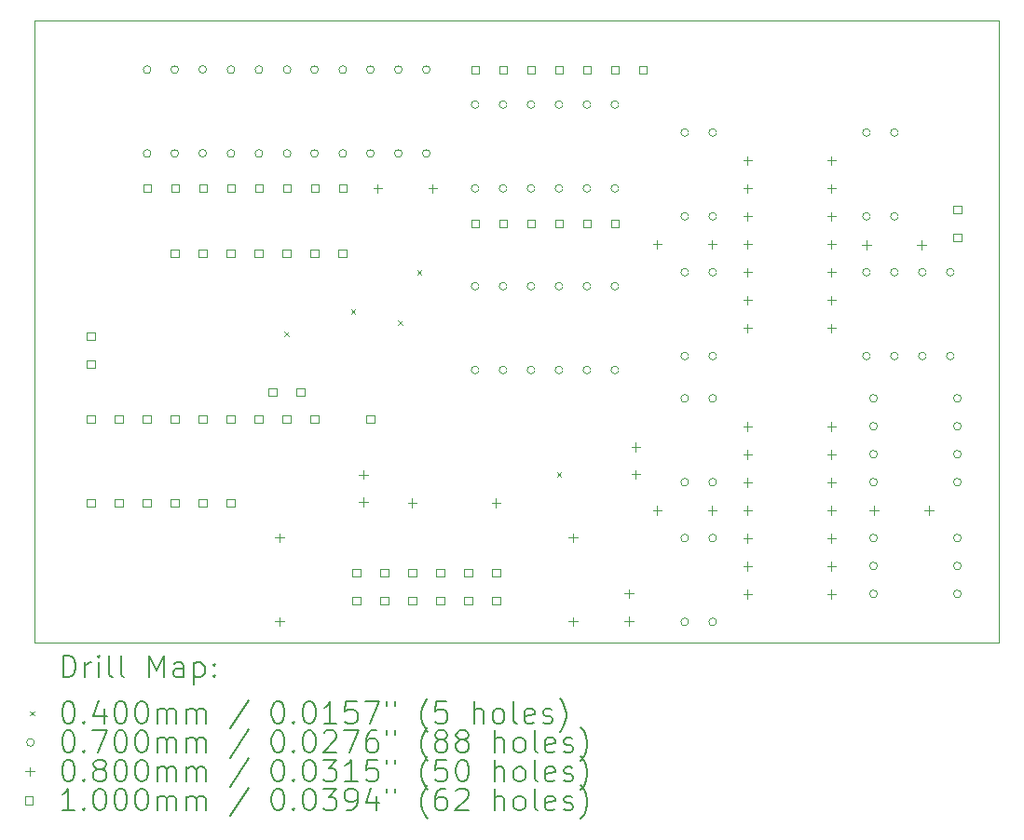
<source format=gbr>
%TF.GenerationSoftware,KiCad,Pcbnew,7.0.10*%
%TF.CreationDate,2025-06-07T09:46:56+01:00*%
%TF.ProjectId,Eudlidean_Rhythms_R,4575646c-6964-4656-916e-5f5268797468,rev?*%
%TF.SameCoordinates,Original*%
%TF.FileFunction,Drillmap*%
%TF.FilePolarity,Positive*%
%FSLAX45Y45*%
G04 Gerber Fmt 4.5, Leading zero omitted, Abs format (unit mm)*
G04 Created by KiCad (PCBNEW 7.0.10) date 2025-06-07 09:46:56*
%MOMM*%
%LPD*%
G01*
G04 APERTURE LIST*
%ADD10C,0.100000*%
%ADD11C,0.200000*%
G04 APERTURE END LIST*
D10*
X6540500Y-8890000D02*
X15303500Y-8890000D01*
X15303500Y-14541500D01*
X6540500Y-14541500D01*
X6540500Y-8890000D01*
D11*
D10*
X8806500Y-11715572D02*
X8846500Y-11755572D01*
X8846500Y-11715572D02*
X8806500Y-11755572D01*
X9413400Y-11511600D02*
X9453400Y-11551600D01*
X9453400Y-11511600D02*
X9413400Y-11551600D01*
X9837740Y-11613200D02*
X9877740Y-11653200D01*
X9877740Y-11613200D02*
X9837740Y-11653200D01*
X10013000Y-11156000D02*
X10053000Y-11196000D01*
X10053000Y-11156000D02*
X10013000Y-11196000D01*
X11283000Y-12997500D02*
X11323000Y-13037500D01*
X11323000Y-12997500D02*
X11283000Y-13037500D01*
X7595500Y-9334500D02*
G75*
G03*
X7525500Y-9334500I-35000J0D01*
G01*
X7525500Y-9334500D02*
G75*
G03*
X7595500Y-9334500I35000J0D01*
G01*
X7595500Y-10096500D02*
G75*
G03*
X7525500Y-10096500I-35000J0D01*
G01*
X7525500Y-10096500D02*
G75*
G03*
X7595500Y-10096500I35000J0D01*
G01*
X7845500Y-9334500D02*
G75*
G03*
X7775500Y-9334500I-35000J0D01*
G01*
X7775500Y-9334500D02*
G75*
G03*
X7845500Y-9334500I35000J0D01*
G01*
X7845500Y-10096500D02*
G75*
G03*
X7775500Y-10096500I-35000J0D01*
G01*
X7775500Y-10096500D02*
G75*
G03*
X7845500Y-10096500I35000J0D01*
G01*
X8099500Y-9331960D02*
G75*
G03*
X8029500Y-9331960I-35000J0D01*
G01*
X8029500Y-9331960D02*
G75*
G03*
X8099500Y-9331960I35000J0D01*
G01*
X8099500Y-10093960D02*
G75*
G03*
X8029500Y-10093960I-35000J0D01*
G01*
X8029500Y-10093960D02*
G75*
G03*
X8099500Y-10093960I35000J0D01*
G01*
X8357500Y-9334500D02*
G75*
G03*
X8287500Y-9334500I-35000J0D01*
G01*
X8287500Y-9334500D02*
G75*
G03*
X8357500Y-9334500I35000J0D01*
G01*
X8357500Y-10096500D02*
G75*
G03*
X8287500Y-10096500I-35000J0D01*
G01*
X8287500Y-10096500D02*
G75*
G03*
X8357500Y-10096500I35000J0D01*
G01*
X8611500Y-9334500D02*
G75*
G03*
X8541500Y-9334500I-35000J0D01*
G01*
X8541500Y-9334500D02*
G75*
G03*
X8611500Y-9334500I35000J0D01*
G01*
X8611500Y-10096500D02*
G75*
G03*
X8541500Y-10096500I-35000J0D01*
G01*
X8541500Y-10096500D02*
G75*
G03*
X8611500Y-10096500I35000J0D01*
G01*
X8867000Y-9334500D02*
G75*
G03*
X8797000Y-9334500I-35000J0D01*
G01*
X8797000Y-9334500D02*
G75*
G03*
X8867000Y-9334500I35000J0D01*
G01*
X8867000Y-10096500D02*
G75*
G03*
X8797000Y-10096500I-35000J0D01*
G01*
X8797000Y-10096500D02*
G75*
G03*
X8867000Y-10096500I35000J0D01*
G01*
X9115500Y-9334500D02*
G75*
G03*
X9045500Y-9334500I-35000J0D01*
G01*
X9045500Y-9334500D02*
G75*
G03*
X9115500Y-9334500I35000J0D01*
G01*
X9115500Y-10096500D02*
G75*
G03*
X9045500Y-10096500I-35000J0D01*
G01*
X9045500Y-10096500D02*
G75*
G03*
X9115500Y-10096500I35000J0D01*
G01*
X9373500Y-9334500D02*
G75*
G03*
X9303500Y-9334500I-35000J0D01*
G01*
X9303500Y-9334500D02*
G75*
G03*
X9373500Y-9334500I35000J0D01*
G01*
X9373500Y-10096500D02*
G75*
G03*
X9303500Y-10096500I-35000J0D01*
G01*
X9303500Y-10096500D02*
G75*
G03*
X9373500Y-10096500I35000J0D01*
G01*
X9623500Y-9334500D02*
G75*
G03*
X9553500Y-9334500I-35000J0D01*
G01*
X9553500Y-9334500D02*
G75*
G03*
X9623500Y-9334500I35000J0D01*
G01*
X9623500Y-10096500D02*
G75*
G03*
X9553500Y-10096500I-35000J0D01*
G01*
X9553500Y-10096500D02*
G75*
G03*
X9623500Y-10096500I35000J0D01*
G01*
X9877500Y-9334500D02*
G75*
G03*
X9807500Y-9334500I-35000J0D01*
G01*
X9807500Y-9334500D02*
G75*
G03*
X9877500Y-9334500I35000J0D01*
G01*
X9877500Y-10096500D02*
G75*
G03*
X9807500Y-10096500I-35000J0D01*
G01*
X9807500Y-10096500D02*
G75*
G03*
X9877500Y-10096500I35000J0D01*
G01*
X10131500Y-9334500D02*
G75*
G03*
X10061500Y-9334500I-35000J0D01*
G01*
X10061500Y-9334500D02*
G75*
G03*
X10131500Y-9334500I35000J0D01*
G01*
X10131500Y-10096500D02*
G75*
G03*
X10061500Y-10096500I-35000J0D01*
G01*
X10061500Y-10096500D02*
G75*
G03*
X10131500Y-10096500I35000J0D01*
G01*
X10576000Y-9652000D02*
G75*
G03*
X10506000Y-9652000I-35000J0D01*
G01*
X10506000Y-9652000D02*
G75*
G03*
X10576000Y-9652000I35000J0D01*
G01*
X10576000Y-10414000D02*
G75*
G03*
X10506000Y-10414000I-35000J0D01*
G01*
X10506000Y-10414000D02*
G75*
G03*
X10576000Y-10414000I35000J0D01*
G01*
X10576000Y-11303000D02*
G75*
G03*
X10506000Y-11303000I-35000J0D01*
G01*
X10506000Y-11303000D02*
G75*
G03*
X10576000Y-11303000I35000J0D01*
G01*
X10576000Y-12065000D02*
G75*
G03*
X10506000Y-12065000I-35000J0D01*
G01*
X10506000Y-12065000D02*
G75*
G03*
X10576000Y-12065000I35000J0D01*
G01*
X10830000Y-9652000D02*
G75*
G03*
X10760000Y-9652000I-35000J0D01*
G01*
X10760000Y-9652000D02*
G75*
G03*
X10830000Y-9652000I35000J0D01*
G01*
X10830000Y-10414000D02*
G75*
G03*
X10760000Y-10414000I-35000J0D01*
G01*
X10760000Y-10414000D02*
G75*
G03*
X10830000Y-10414000I35000J0D01*
G01*
X10830000Y-11303000D02*
G75*
G03*
X10760000Y-11303000I-35000J0D01*
G01*
X10760000Y-11303000D02*
G75*
G03*
X10830000Y-11303000I35000J0D01*
G01*
X10830000Y-12065000D02*
G75*
G03*
X10760000Y-12065000I-35000J0D01*
G01*
X10760000Y-12065000D02*
G75*
G03*
X10830000Y-12065000I35000J0D01*
G01*
X11084000Y-9652000D02*
G75*
G03*
X11014000Y-9652000I-35000J0D01*
G01*
X11014000Y-9652000D02*
G75*
G03*
X11084000Y-9652000I35000J0D01*
G01*
X11084000Y-10414000D02*
G75*
G03*
X11014000Y-10414000I-35000J0D01*
G01*
X11014000Y-10414000D02*
G75*
G03*
X11084000Y-10414000I35000J0D01*
G01*
X11084000Y-11303000D02*
G75*
G03*
X11014000Y-11303000I-35000J0D01*
G01*
X11014000Y-11303000D02*
G75*
G03*
X11084000Y-11303000I35000J0D01*
G01*
X11084000Y-12065000D02*
G75*
G03*
X11014000Y-12065000I-35000J0D01*
G01*
X11014000Y-12065000D02*
G75*
G03*
X11084000Y-12065000I35000J0D01*
G01*
X11338000Y-9652000D02*
G75*
G03*
X11268000Y-9652000I-35000J0D01*
G01*
X11268000Y-9652000D02*
G75*
G03*
X11338000Y-9652000I35000J0D01*
G01*
X11338000Y-10414000D02*
G75*
G03*
X11268000Y-10414000I-35000J0D01*
G01*
X11268000Y-10414000D02*
G75*
G03*
X11338000Y-10414000I35000J0D01*
G01*
X11338000Y-11303000D02*
G75*
G03*
X11268000Y-11303000I-35000J0D01*
G01*
X11268000Y-11303000D02*
G75*
G03*
X11338000Y-11303000I35000J0D01*
G01*
X11338000Y-12065000D02*
G75*
G03*
X11268000Y-12065000I-35000J0D01*
G01*
X11268000Y-12065000D02*
G75*
G03*
X11338000Y-12065000I35000J0D01*
G01*
X11592000Y-9652000D02*
G75*
G03*
X11522000Y-9652000I-35000J0D01*
G01*
X11522000Y-9652000D02*
G75*
G03*
X11592000Y-9652000I35000J0D01*
G01*
X11592000Y-10414000D02*
G75*
G03*
X11522000Y-10414000I-35000J0D01*
G01*
X11522000Y-10414000D02*
G75*
G03*
X11592000Y-10414000I35000J0D01*
G01*
X11592000Y-11303000D02*
G75*
G03*
X11522000Y-11303000I-35000J0D01*
G01*
X11522000Y-11303000D02*
G75*
G03*
X11592000Y-11303000I35000J0D01*
G01*
X11592000Y-12065000D02*
G75*
G03*
X11522000Y-12065000I-35000J0D01*
G01*
X11522000Y-12065000D02*
G75*
G03*
X11592000Y-12065000I35000J0D01*
G01*
X11846000Y-9652000D02*
G75*
G03*
X11776000Y-9652000I-35000J0D01*
G01*
X11776000Y-9652000D02*
G75*
G03*
X11846000Y-9652000I35000J0D01*
G01*
X11846000Y-10414000D02*
G75*
G03*
X11776000Y-10414000I-35000J0D01*
G01*
X11776000Y-10414000D02*
G75*
G03*
X11846000Y-10414000I35000J0D01*
G01*
X11846000Y-11303000D02*
G75*
G03*
X11776000Y-11303000I-35000J0D01*
G01*
X11776000Y-11303000D02*
G75*
G03*
X11846000Y-11303000I35000J0D01*
G01*
X11846000Y-12065000D02*
G75*
G03*
X11776000Y-12065000I-35000J0D01*
G01*
X11776000Y-12065000D02*
G75*
G03*
X11846000Y-12065000I35000J0D01*
G01*
X12481000Y-9906000D02*
G75*
G03*
X12411000Y-9906000I-35000J0D01*
G01*
X12411000Y-9906000D02*
G75*
G03*
X12481000Y-9906000I35000J0D01*
G01*
X12481000Y-10668000D02*
G75*
G03*
X12411000Y-10668000I-35000J0D01*
G01*
X12411000Y-10668000D02*
G75*
G03*
X12481000Y-10668000I35000J0D01*
G01*
X12481000Y-11176000D02*
G75*
G03*
X12411000Y-11176000I-35000J0D01*
G01*
X12411000Y-11176000D02*
G75*
G03*
X12481000Y-11176000I35000J0D01*
G01*
X12481000Y-11938000D02*
G75*
G03*
X12411000Y-11938000I-35000J0D01*
G01*
X12411000Y-11938000D02*
G75*
G03*
X12481000Y-11938000I35000J0D01*
G01*
X12481000Y-12323000D02*
G75*
G03*
X12411000Y-12323000I-35000J0D01*
G01*
X12411000Y-12323000D02*
G75*
G03*
X12481000Y-12323000I35000J0D01*
G01*
X12481000Y-13085000D02*
G75*
G03*
X12411000Y-13085000I-35000J0D01*
G01*
X12411000Y-13085000D02*
G75*
G03*
X12481000Y-13085000I35000J0D01*
G01*
X12481000Y-13593000D02*
G75*
G03*
X12411000Y-13593000I-35000J0D01*
G01*
X12411000Y-13593000D02*
G75*
G03*
X12481000Y-13593000I35000J0D01*
G01*
X12481000Y-14355000D02*
G75*
G03*
X12411000Y-14355000I-35000J0D01*
G01*
X12411000Y-14355000D02*
G75*
G03*
X12481000Y-14355000I35000J0D01*
G01*
X12735000Y-9906000D02*
G75*
G03*
X12665000Y-9906000I-35000J0D01*
G01*
X12665000Y-9906000D02*
G75*
G03*
X12735000Y-9906000I35000J0D01*
G01*
X12735000Y-10668000D02*
G75*
G03*
X12665000Y-10668000I-35000J0D01*
G01*
X12665000Y-10668000D02*
G75*
G03*
X12735000Y-10668000I35000J0D01*
G01*
X12735000Y-11176000D02*
G75*
G03*
X12665000Y-11176000I-35000J0D01*
G01*
X12665000Y-11176000D02*
G75*
G03*
X12735000Y-11176000I35000J0D01*
G01*
X12735000Y-11938000D02*
G75*
G03*
X12665000Y-11938000I-35000J0D01*
G01*
X12665000Y-11938000D02*
G75*
G03*
X12735000Y-11938000I35000J0D01*
G01*
X12735000Y-12323000D02*
G75*
G03*
X12665000Y-12323000I-35000J0D01*
G01*
X12665000Y-12323000D02*
G75*
G03*
X12735000Y-12323000I35000J0D01*
G01*
X12735000Y-13085000D02*
G75*
G03*
X12665000Y-13085000I-35000J0D01*
G01*
X12665000Y-13085000D02*
G75*
G03*
X12735000Y-13085000I35000J0D01*
G01*
X12735000Y-13593000D02*
G75*
G03*
X12665000Y-13593000I-35000J0D01*
G01*
X12665000Y-13593000D02*
G75*
G03*
X12735000Y-13593000I35000J0D01*
G01*
X12735000Y-14355000D02*
G75*
G03*
X12665000Y-14355000I-35000J0D01*
G01*
X12665000Y-14355000D02*
G75*
G03*
X12735000Y-14355000I35000J0D01*
G01*
X14132000Y-9906000D02*
G75*
G03*
X14062000Y-9906000I-35000J0D01*
G01*
X14062000Y-9906000D02*
G75*
G03*
X14132000Y-9906000I35000J0D01*
G01*
X14132000Y-10668000D02*
G75*
G03*
X14062000Y-10668000I-35000J0D01*
G01*
X14062000Y-10668000D02*
G75*
G03*
X14132000Y-10668000I35000J0D01*
G01*
X14132000Y-11176000D02*
G75*
G03*
X14062000Y-11176000I-35000J0D01*
G01*
X14062000Y-11176000D02*
G75*
G03*
X14132000Y-11176000I35000J0D01*
G01*
X14132000Y-11938000D02*
G75*
G03*
X14062000Y-11938000I-35000J0D01*
G01*
X14062000Y-11938000D02*
G75*
G03*
X14132000Y-11938000I35000J0D01*
G01*
X14195500Y-12323000D02*
G75*
G03*
X14125500Y-12323000I-35000J0D01*
G01*
X14125500Y-12323000D02*
G75*
G03*
X14195500Y-12323000I35000J0D01*
G01*
X14195500Y-12577000D02*
G75*
G03*
X14125500Y-12577000I-35000J0D01*
G01*
X14125500Y-12577000D02*
G75*
G03*
X14195500Y-12577000I35000J0D01*
G01*
X14195500Y-12831000D02*
G75*
G03*
X14125500Y-12831000I-35000J0D01*
G01*
X14125500Y-12831000D02*
G75*
G03*
X14195500Y-12831000I35000J0D01*
G01*
X14195500Y-13085000D02*
G75*
G03*
X14125500Y-13085000I-35000J0D01*
G01*
X14125500Y-13085000D02*
G75*
G03*
X14195500Y-13085000I35000J0D01*
G01*
X14195500Y-13593000D02*
G75*
G03*
X14125500Y-13593000I-35000J0D01*
G01*
X14125500Y-13593000D02*
G75*
G03*
X14195500Y-13593000I35000J0D01*
G01*
X14195500Y-13847000D02*
G75*
G03*
X14125500Y-13847000I-35000J0D01*
G01*
X14125500Y-13847000D02*
G75*
G03*
X14195500Y-13847000I35000J0D01*
G01*
X14195500Y-14101000D02*
G75*
G03*
X14125500Y-14101000I-35000J0D01*
G01*
X14125500Y-14101000D02*
G75*
G03*
X14195500Y-14101000I35000J0D01*
G01*
X14386000Y-9906000D02*
G75*
G03*
X14316000Y-9906000I-35000J0D01*
G01*
X14316000Y-9906000D02*
G75*
G03*
X14386000Y-9906000I35000J0D01*
G01*
X14386000Y-10668000D02*
G75*
G03*
X14316000Y-10668000I-35000J0D01*
G01*
X14316000Y-10668000D02*
G75*
G03*
X14386000Y-10668000I35000J0D01*
G01*
X14386000Y-11176000D02*
G75*
G03*
X14316000Y-11176000I-35000J0D01*
G01*
X14316000Y-11176000D02*
G75*
G03*
X14386000Y-11176000I35000J0D01*
G01*
X14386000Y-11938000D02*
G75*
G03*
X14316000Y-11938000I-35000J0D01*
G01*
X14316000Y-11938000D02*
G75*
G03*
X14386000Y-11938000I35000J0D01*
G01*
X14640000Y-11176000D02*
G75*
G03*
X14570000Y-11176000I-35000J0D01*
G01*
X14570000Y-11176000D02*
G75*
G03*
X14640000Y-11176000I35000J0D01*
G01*
X14640000Y-11938000D02*
G75*
G03*
X14570000Y-11938000I-35000J0D01*
G01*
X14570000Y-11938000D02*
G75*
G03*
X14640000Y-11938000I35000J0D01*
G01*
X14894000Y-11176000D02*
G75*
G03*
X14824000Y-11176000I-35000J0D01*
G01*
X14824000Y-11176000D02*
G75*
G03*
X14894000Y-11176000I35000J0D01*
G01*
X14894000Y-11938000D02*
G75*
G03*
X14824000Y-11938000I-35000J0D01*
G01*
X14824000Y-11938000D02*
G75*
G03*
X14894000Y-11938000I35000J0D01*
G01*
X14957500Y-12323000D02*
G75*
G03*
X14887500Y-12323000I-35000J0D01*
G01*
X14887500Y-12323000D02*
G75*
G03*
X14957500Y-12323000I35000J0D01*
G01*
X14957500Y-12577000D02*
G75*
G03*
X14887500Y-12577000I-35000J0D01*
G01*
X14887500Y-12577000D02*
G75*
G03*
X14957500Y-12577000I35000J0D01*
G01*
X14957500Y-12831000D02*
G75*
G03*
X14887500Y-12831000I-35000J0D01*
G01*
X14887500Y-12831000D02*
G75*
G03*
X14957500Y-12831000I35000J0D01*
G01*
X14957500Y-13085000D02*
G75*
G03*
X14887500Y-13085000I-35000J0D01*
G01*
X14887500Y-13085000D02*
G75*
G03*
X14957500Y-13085000I35000J0D01*
G01*
X14957500Y-13593000D02*
G75*
G03*
X14887500Y-13593000I-35000J0D01*
G01*
X14887500Y-13593000D02*
G75*
G03*
X14957500Y-13593000I35000J0D01*
G01*
X14957500Y-13847000D02*
G75*
G03*
X14887500Y-13847000I-35000J0D01*
G01*
X14887500Y-13847000D02*
G75*
G03*
X14957500Y-13847000I35000J0D01*
G01*
X14957500Y-14101000D02*
G75*
G03*
X14887500Y-14101000I-35000J0D01*
G01*
X14887500Y-14101000D02*
G75*
G03*
X14957500Y-14101000I35000J0D01*
G01*
X8763000Y-13549000D02*
X8763000Y-13629000D01*
X8723000Y-13589000D02*
X8803000Y-13589000D01*
X8763000Y-14311000D02*
X8763000Y-14391000D01*
X8723000Y-14351000D02*
X8803000Y-14351000D01*
X9525000Y-12975011D02*
X9525000Y-13055011D01*
X9485000Y-13015011D02*
X9565000Y-13015011D01*
X9525000Y-13225011D02*
X9525000Y-13305011D01*
X9485000Y-13265011D02*
X9565000Y-13265011D01*
X9656000Y-10374000D02*
X9656000Y-10454000D01*
X9616000Y-10414000D02*
X9696000Y-10414000D01*
X9969500Y-13231500D02*
X9969500Y-13311500D01*
X9929500Y-13271500D02*
X10009500Y-13271500D01*
X10156000Y-10374000D02*
X10156000Y-10454000D01*
X10116000Y-10414000D02*
X10196000Y-10414000D01*
X10731500Y-13231500D02*
X10731500Y-13311500D01*
X10691500Y-13271500D02*
X10771500Y-13271500D01*
X11430000Y-13549000D02*
X11430000Y-13629000D01*
X11390000Y-13589000D02*
X11470000Y-13589000D01*
X11430000Y-14311000D02*
X11430000Y-14391000D01*
X11390000Y-14351000D02*
X11470000Y-14351000D01*
X11938000Y-14057000D02*
X11938000Y-14137000D01*
X11898000Y-14097000D02*
X11978000Y-14097000D01*
X11938000Y-14307000D02*
X11938000Y-14387000D01*
X11898000Y-14347000D02*
X11978000Y-14347000D01*
X12001500Y-12723500D02*
X12001500Y-12803500D01*
X11961500Y-12763500D02*
X12041500Y-12763500D01*
X12001500Y-12973500D02*
X12001500Y-13053500D01*
X11961500Y-13013500D02*
X12041500Y-13013500D01*
X12196000Y-10882000D02*
X12196000Y-10962000D01*
X12156000Y-10922000D02*
X12236000Y-10922000D01*
X12196000Y-13299000D02*
X12196000Y-13379000D01*
X12156000Y-13339000D02*
X12236000Y-13339000D01*
X12696000Y-10882000D02*
X12696000Y-10962000D01*
X12656000Y-10922000D02*
X12736000Y-10922000D01*
X12696000Y-13299000D02*
X12696000Y-13379000D01*
X12656000Y-13339000D02*
X12736000Y-13339000D01*
X13017500Y-10120000D02*
X13017500Y-10200000D01*
X12977500Y-10160000D02*
X13057500Y-10160000D01*
X13017500Y-10374000D02*
X13017500Y-10454000D01*
X12977500Y-10414000D02*
X13057500Y-10414000D01*
X13017500Y-10628000D02*
X13017500Y-10708000D01*
X12977500Y-10668000D02*
X13057500Y-10668000D01*
X13017500Y-10882000D02*
X13017500Y-10962000D01*
X12977500Y-10922000D02*
X13057500Y-10922000D01*
X13017500Y-11136000D02*
X13017500Y-11216000D01*
X12977500Y-11176000D02*
X13057500Y-11176000D01*
X13017500Y-11390000D02*
X13017500Y-11470000D01*
X12977500Y-11430000D02*
X13057500Y-11430000D01*
X13017500Y-11644000D02*
X13017500Y-11724000D01*
X12977500Y-11684000D02*
X13057500Y-11684000D01*
X13017500Y-12537000D02*
X13017500Y-12617000D01*
X12977500Y-12577000D02*
X13057500Y-12577000D01*
X13017500Y-12791000D02*
X13017500Y-12871000D01*
X12977500Y-12831000D02*
X13057500Y-12831000D01*
X13017500Y-13045000D02*
X13017500Y-13125000D01*
X12977500Y-13085000D02*
X13057500Y-13085000D01*
X13017500Y-13299000D02*
X13017500Y-13379000D01*
X12977500Y-13339000D02*
X13057500Y-13339000D01*
X13017500Y-13553000D02*
X13017500Y-13633000D01*
X12977500Y-13593000D02*
X13057500Y-13593000D01*
X13017500Y-13807000D02*
X13017500Y-13887000D01*
X12977500Y-13847000D02*
X13057500Y-13847000D01*
X13017500Y-14061000D02*
X13017500Y-14141000D01*
X12977500Y-14101000D02*
X13057500Y-14101000D01*
X13779500Y-10120000D02*
X13779500Y-10200000D01*
X13739500Y-10160000D02*
X13819500Y-10160000D01*
X13779500Y-10374000D02*
X13779500Y-10454000D01*
X13739500Y-10414000D02*
X13819500Y-10414000D01*
X13779500Y-10628000D02*
X13779500Y-10708000D01*
X13739500Y-10668000D02*
X13819500Y-10668000D01*
X13779500Y-10882000D02*
X13779500Y-10962000D01*
X13739500Y-10922000D02*
X13819500Y-10922000D01*
X13779500Y-11136000D02*
X13779500Y-11216000D01*
X13739500Y-11176000D02*
X13819500Y-11176000D01*
X13779500Y-11390000D02*
X13779500Y-11470000D01*
X13739500Y-11430000D02*
X13819500Y-11430000D01*
X13779500Y-11644000D02*
X13779500Y-11724000D01*
X13739500Y-11684000D02*
X13819500Y-11684000D01*
X13779500Y-12537000D02*
X13779500Y-12617000D01*
X13739500Y-12577000D02*
X13819500Y-12577000D01*
X13779500Y-12791000D02*
X13779500Y-12871000D01*
X13739500Y-12831000D02*
X13819500Y-12831000D01*
X13779500Y-13045000D02*
X13779500Y-13125000D01*
X13739500Y-13085000D02*
X13819500Y-13085000D01*
X13779500Y-13299000D02*
X13779500Y-13379000D01*
X13739500Y-13339000D02*
X13819500Y-13339000D01*
X13779500Y-13553000D02*
X13779500Y-13633000D01*
X13739500Y-13593000D02*
X13819500Y-13593000D01*
X13779500Y-13807000D02*
X13779500Y-13887000D01*
X13739500Y-13847000D02*
X13819500Y-13847000D01*
X13779500Y-14061000D02*
X13779500Y-14141000D01*
X13739500Y-14101000D02*
X13819500Y-14101000D01*
X14097000Y-10886000D02*
X14097000Y-10966000D01*
X14057000Y-10926000D02*
X14137000Y-10926000D01*
X14164500Y-13299000D02*
X14164500Y-13379000D01*
X14124500Y-13339000D02*
X14204500Y-13339000D01*
X14597000Y-10886000D02*
X14597000Y-10966000D01*
X14557000Y-10926000D02*
X14637000Y-10926000D01*
X14664500Y-13299000D02*
X14664500Y-13379000D01*
X14624500Y-13339000D02*
X14704500Y-13339000D01*
X7083856Y-11792856D02*
X7083856Y-11722144D01*
X7013144Y-11722144D01*
X7013144Y-11792856D01*
X7083856Y-11792856D01*
X7083856Y-12046856D02*
X7083856Y-11976144D01*
X7013144Y-11976144D01*
X7013144Y-12046856D01*
X7083856Y-12046856D01*
X7083856Y-12544856D02*
X7083856Y-12474144D01*
X7013144Y-12474144D01*
X7013144Y-12544856D01*
X7083856Y-12544856D01*
X7083856Y-13306856D02*
X7083856Y-13236144D01*
X7013144Y-13236144D01*
X7013144Y-13306856D01*
X7083856Y-13306856D01*
X7337856Y-12544856D02*
X7337856Y-12474144D01*
X7267144Y-12474144D01*
X7267144Y-12544856D01*
X7337856Y-12544856D01*
X7337856Y-13306856D02*
X7337856Y-13236144D01*
X7267144Y-13236144D01*
X7267144Y-13306856D01*
X7337856Y-13306856D01*
X7591856Y-12544856D02*
X7591856Y-12474144D01*
X7521144Y-12474144D01*
X7521144Y-12544856D01*
X7591856Y-12544856D01*
X7591856Y-13306856D02*
X7591856Y-13236144D01*
X7521144Y-13236144D01*
X7521144Y-13306856D01*
X7591856Y-13306856D01*
X7595856Y-10449356D02*
X7595856Y-10378644D01*
X7525144Y-10378644D01*
X7525144Y-10449356D01*
X7595856Y-10449356D01*
X7845856Y-11040856D02*
X7845856Y-10970144D01*
X7775144Y-10970144D01*
X7775144Y-11040856D01*
X7845856Y-11040856D01*
X7845856Y-12544856D02*
X7845856Y-12474144D01*
X7775144Y-12474144D01*
X7775144Y-12544856D01*
X7845856Y-12544856D01*
X7845856Y-13306856D02*
X7845856Y-13236144D01*
X7775144Y-13236144D01*
X7775144Y-13306856D01*
X7845856Y-13306856D01*
X7849856Y-10449356D02*
X7849856Y-10378644D01*
X7779144Y-10378644D01*
X7779144Y-10449356D01*
X7849856Y-10449356D01*
X8099856Y-11040856D02*
X8099856Y-10970144D01*
X8029144Y-10970144D01*
X8029144Y-11040856D01*
X8099856Y-11040856D01*
X8099856Y-12544856D02*
X8099856Y-12474144D01*
X8029144Y-12474144D01*
X8029144Y-12544856D01*
X8099856Y-12544856D01*
X8099856Y-13306856D02*
X8099856Y-13236144D01*
X8029144Y-13236144D01*
X8029144Y-13306856D01*
X8099856Y-13306856D01*
X8103856Y-10449356D02*
X8103856Y-10378644D01*
X8033144Y-10378644D01*
X8033144Y-10449356D01*
X8103856Y-10449356D01*
X8353856Y-11040856D02*
X8353856Y-10970144D01*
X8283144Y-10970144D01*
X8283144Y-11040856D01*
X8353856Y-11040856D01*
X8353856Y-12544856D02*
X8353856Y-12474144D01*
X8283144Y-12474144D01*
X8283144Y-12544856D01*
X8353856Y-12544856D01*
X8353856Y-13306856D02*
X8353856Y-13236144D01*
X8283144Y-13236144D01*
X8283144Y-13306856D01*
X8353856Y-13306856D01*
X8357856Y-10449356D02*
X8357856Y-10378644D01*
X8287144Y-10378644D01*
X8287144Y-10449356D01*
X8357856Y-10449356D01*
X8607856Y-11040856D02*
X8607856Y-10970144D01*
X8537144Y-10970144D01*
X8537144Y-11040856D01*
X8607856Y-11040856D01*
X8607856Y-12544856D02*
X8607856Y-12474144D01*
X8537144Y-12474144D01*
X8537144Y-12544856D01*
X8607856Y-12544856D01*
X8611856Y-10449356D02*
X8611856Y-10378644D01*
X8541144Y-10378644D01*
X8541144Y-10449356D01*
X8611856Y-10449356D01*
X8734856Y-12300856D02*
X8734856Y-12230144D01*
X8664144Y-12230144D01*
X8664144Y-12300856D01*
X8734856Y-12300856D01*
X8861856Y-11040856D02*
X8861856Y-10970144D01*
X8791144Y-10970144D01*
X8791144Y-11040856D01*
X8861856Y-11040856D01*
X8861856Y-12544856D02*
X8861856Y-12474144D01*
X8791144Y-12474144D01*
X8791144Y-12544856D01*
X8861856Y-12544856D01*
X8865856Y-10449356D02*
X8865856Y-10378644D01*
X8795144Y-10378644D01*
X8795144Y-10449356D01*
X8865856Y-10449356D01*
X8988856Y-12300856D02*
X8988856Y-12230144D01*
X8918144Y-12230144D01*
X8918144Y-12300856D01*
X8988856Y-12300856D01*
X9115856Y-11040856D02*
X9115856Y-10970144D01*
X9045144Y-10970144D01*
X9045144Y-11040856D01*
X9115856Y-11040856D01*
X9115856Y-12544856D02*
X9115856Y-12474144D01*
X9045144Y-12474144D01*
X9045144Y-12544856D01*
X9115856Y-12544856D01*
X9119856Y-10449356D02*
X9119856Y-10378644D01*
X9049144Y-10378644D01*
X9049144Y-10449356D01*
X9119856Y-10449356D01*
X9369856Y-11040856D02*
X9369856Y-10970144D01*
X9299144Y-10970144D01*
X9299144Y-11040856D01*
X9369856Y-11040856D01*
X9373856Y-10449356D02*
X9373856Y-10378644D01*
X9303144Y-10378644D01*
X9303144Y-10449356D01*
X9373856Y-10449356D01*
X9496856Y-13941856D02*
X9496856Y-13871144D01*
X9426144Y-13871144D01*
X9426144Y-13941856D01*
X9496856Y-13941856D01*
X9496856Y-14195856D02*
X9496856Y-14125144D01*
X9426144Y-14125144D01*
X9426144Y-14195856D01*
X9496856Y-14195856D01*
X9623856Y-12544856D02*
X9623856Y-12474144D01*
X9553144Y-12474144D01*
X9553144Y-12544856D01*
X9623856Y-12544856D01*
X9750856Y-13941856D02*
X9750856Y-13871144D01*
X9680144Y-13871144D01*
X9680144Y-13941856D01*
X9750856Y-13941856D01*
X9750856Y-14195856D02*
X9750856Y-14125144D01*
X9680144Y-14125144D01*
X9680144Y-14195856D01*
X9750856Y-14195856D01*
X10004856Y-13941856D02*
X10004856Y-13871144D01*
X9934144Y-13871144D01*
X9934144Y-13941856D01*
X10004856Y-13941856D01*
X10004856Y-14195856D02*
X10004856Y-14125144D01*
X9934144Y-14125144D01*
X9934144Y-14195856D01*
X10004856Y-14195856D01*
X10258856Y-13941856D02*
X10258856Y-13871144D01*
X10188144Y-13871144D01*
X10188144Y-13941856D01*
X10258856Y-13941856D01*
X10258856Y-14195856D02*
X10258856Y-14125144D01*
X10188144Y-14125144D01*
X10188144Y-14195856D01*
X10258856Y-14195856D01*
X10512856Y-13941856D02*
X10512856Y-13871144D01*
X10442144Y-13871144D01*
X10442144Y-13941856D01*
X10512856Y-13941856D01*
X10512856Y-14195856D02*
X10512856Y-14125144D01*
X10442144Y-14125144D01*
X10442144Y-14195856D01*
X10512856Y-14195856D01*
X10576356Y-9369856D02*
X10576356Y-9299144D01*
X10505644Y-9299144D01*
X10505644Y-9369856D01*
X10576356Y-9369856D01*
X10576356Y-10766856D02*
X10576356Y-10696144D01*
X10505644Y-10696144D01*
X10505644Y-10766856D01*
X10576356Y-10766856D01*
X10766856Y-13941856D02*
X10766856Y-13871144D01*
X10696144Y-13871144D01*
X10696144Y-13941856D01*
X10766856Y-13941856D01*
X10766856Y-14195856D02*
X10766856Y-14125144D01*
X10696144Y-14125144D01*
X10696144Y-14195856D01*
X10766856Y-14195856D01*
X10830356Y-9369856D02*
X10830356Y-9299144D01*
X10759644Y-9299144D01*
X10759644Y-9369856D01*
X10830356Y-9369856D01*
X10830356Y-10766856D02*
X10830356Y-10696144D01*
X10759644Y-10696144D01*
X10759644Y-10766856D01*
X10830356Y-10766856D01*
X11084356Y-9369856D02*
X11084356Y-9299144D01*
X11013644Y-9299144D01*
X11013644Y-9369856D01*
X11084356Y-9369856D01*
X11084356Y-10766856D02*
X11084356Y-10696144D01*
X11013644Y-10696144D01*
X11013644Y-10766856D01*
X11084356Y-10766856D01*
X11338356Y-9369856D02*
X11338356Y-9299144D01*
X11267644Y-9299144D01*
X11267644Y-9369856D01*
X11338356Y-9369856D01*
X11338356Y-10766856D02*
X11338356Y-10696144D01*
X11267644Y-10696144D01*
X11267644Y-10766856D01*
X11338356Y-10766856D01*
X11592356Y-9369856D02*
X11592356Y-9299144D01*
X11521644Y-9299144D01*
X11521644Y-9369856D01*
X11592356Y-9369856D01*
X11592356Y-10766856D02*
X11592356Y-10696144D01*
X11521644Y-10696144D01*
X11521644Y-10766856D01*
X11592356Y-10766856D01*
X11846356Y-9369856D02*
X11846356Y-9299144D01*
X11775644Y-9299144D01*
X11775644Y-9369856D01*
X11846356Y-9369856D01*
X11846356Y-10766856D02*
X11846356Y-10696144D01*
X11775644Y-10696144D01*
X11775644Y-10766856D01*
X11846356Y-10766856D01*
X12100356Y-9369856D02*
X12100356Y-9299144D01*
X12029644Y-9299144D01*
X12029644Y-9369856D01*
X12100356Y-9369856D01*
X14957856Y-10639356D02*
X14957856Y-10568644D01*
X14887144Y-10568644D01*
X14887144Y-10639356D01*
X14957856Y-10639356D01*
X14957856Y-10893356D02*
X14957856Y-10822644D01*
X14887144Y-10822644D01*
X14887144Y-10893356D01*
X14957856Y-10893356D01*
D11*
X6796277Y-14857984D02*
X6796277Y-14657984D01*
X6796277Y-14657984D02*
X6843896Y-14657984D01*
X6843896Y-14657984D02*
X6872467Y-14667508D01*
X6872467Y-14667508D02*
X6891515Y-14686555D01*
X6891515Y-14686555D02*
X6901039Y-14705603D01*
X6901039Y-14705603D02*
X6910562Y-14743698D01*
X6910562Y-14743698D02*
X6910562Y-14772269D01*
X6910562Y-14772269D02*
X6901039Y-14810365D01*
X6901039Y-14810365D02*
X6891515Y-14829412D01*
X6891515Y-14829412D02*
X6872467Y-14848460D01*
X6872467Y-14848460D02*
X6843896Y-14857984D01*
X6843896Y-14857984D02*
X6796277Y-14857984D01*
X6996277Y-14857984D02*
X6996277Y-14724650D01*
X6996277Y-14762746D02*
X7005801Y-14743698D01*
X7005801Y-14743698D02*
X7015324Y-14734174D01*
X7015324Y-14734174D02*
X7034372Y-14724650D01*
X7034372Y-14724650D02*
X7053420Y-14724650D01*
X7120086Y-14857984D02*
X7120086Y-14724650D01*
X7120086Y-14657984D02*
X7110562Y-14667508D01*
X7110562Y-14667508D02*
X7120086Y-14677031D01*
X7120086Y-14677031D02*
X7129610Y-14667508D01*
X7129610Y-14667508D02*
X7120086Y-14657984D01*
X7120086Y-14657984D02*
X7120086Y-14677031D01*
X7243896Y-14857984D02*
X7224848Y-14848460D01*
X7224848Y-14848460D02*
X7215324Y-14829412D01*
X7215324Y-14829412D02*
X7215324Y-14657984D01*
X7348658Y-14857984D02*
X7329610Y-14848460D01*
X7329610Y-14848460D02*
X7320086Y-14829412D01*
X7320086Y-14829412D02*
X7320086Y-14657984D01*
X7577229Y-14857984D02*
X7577229Y-14657984D01*
X7577229Y-14657984D02*
X7643896Y-14800841D01*
X7643896Y-14800841D02*
X7710562Y-14657984D01*
X7710562Y-14657984D02*
X7710562Y-14857984D01*
X7891515Y-14857984D02*
X7891515Y-14753222D01*
X7891515Y-14753222D02*
X7881991Y-14734174D01*
X7881991Y-14734174D02*
X7862943Y-14724650D01*
X7862943Y-14724650D02*
X7824848Y-14724650D01*
X7824848Y-14724650D02*
X7805801Y-14734174D01*
X7891515Y-14848460D02*
X7872467Y-14857984D01*
X7872467Y-14857984D02*
X7824848Y-14857984D01*
X7824848Y-14857984D02*
X7805801Y-14848460D01*
X7805801Y-14848460D02*
X7796277Y-14829412D01*
X7796277Y-14829412D02*
X7796277Y-14810365D01*
X7796277Y-14810365D02*
X7805801Y-14791317D01*
X7805801Y-14791317D02*
X7824848Y-14781793D01*
X7824848Y-14781793D02*
X7872467Y-14781793D01*
X7872467Y-14781793D02*
X7891515Y-14772269D01*
X7986753Y-14724650D02*
X7986753Y-14924650D01*
X7986753Y-14734174D02*
X8005801Y-14724650D01*
X8005801Y-14724650D02*
X8043896Y-14724650D01*
X8043896Y-14724650D02*
X8062943Y-14734174D01*
X8062943Y-14734174D02*
X8072467Y-14743698D01*
X8072467Y-14743698D02*
X8081991Y-14762746D01*
X8081991Y-14762746D02*
X8081991Y-14819888D01*
X8081991Y-14819888D02*
X8072467Y-14838936D01*
X8072467Y-14838936D02*
X8062943Y-14848460D01*
X8062943Y-14848460D02*
X8043896Y-14857984D01*
X8043896Y-14857984D02*
X8005801Y-14857984D01*
X8005801Y-14857984D02*
X7986753Y-14848460D01*
X8167705Y-14838936D02*
X8177229Y-14848460D01*
X8177229Y-14848460D02*
X8167705Y-14857984D01*
X8167705Y-14857984D02*
X8158182Y-14848460D01*
X8158182Y-14848460D02*
X8167705Y-14838936D01*
X8167705Y-14838936D02*
X8167705Y-14857984D01*
X8167705Y-14734174D02*
X8177229Y-14743698D01*
X8177229Y-14743698D02*
X8167705Y-14753222D01*
X8167705Y-14753222D02*
X8158182Y-14743698D01*
X8158182Y-14743698D02*
X8167705Y-14734174D01*
X8167705Y-14734174D02*
X8167705Y-14753222D01*
D10*
X6495500Y-15166500D02*
X6535500Y-15206500D01*
X6535500Y-15166500D02*
X6495500Y-15206500D01*
D11*
X6834372Y-15077984D02*
X6853420Y-15077984D01*
X6853420Y-15077984D02*
X6872467Y-15087508D01*
X6872467Y-15087508D02*
X6881991Y-15097031D01*
X6881991Y-15097031D02*
X6891515Y-15116079D01*
X6891515Y-15116079D02*
X6901039Y-15154174D01*
X6901039Y-15154174D02*
X6901039Y-15201793D01*
X6901039Y-15201793D02*
X6891515Y-15239888D01*
X6891515Y-15239888D02*
X6881991Y-15258936D01*
X6881991Y-15258936D02*
X6872467Y-15268460D01*
X6872467Y-15268460D02*
X6853420Y-15277984D01*
X6853420Y-15277984D02*
X6834372Y-15277984D01*
X6834372Y-15277984D02*
X6815324Y-15268460D01*
X6815324Y-15268460D02*
X6805801Y-15258936D01*
X6805801Y-15258936D02*
X6796277Y-15239888D01*
X6796277Y-15239888D02*
X6786753Y-15201793D01*
X6786753Y-15201793D02*
X6786753Y-15154174D01*
X6786753Y-15154174D02*
X6796277Y-15116079D01*
X6796277Y-15116079D02*
X6805801Y-15097031D01*
X6805801Y-15097031D02*
X6815324Y-15087508D01*
X6815324Y-15087508D02*
X6834372Y-15077984D01*
X6986753Y-15258936D02*
X6996277Y-15268460D01*
X6996277Y-15268460D02*
X6986753Y-15277984D01*
X6986753Y-15277984D02*
X6977229Y-15268460D01*
X6977229Y-15268460D02*
X6986753Y-15258936D01*
X6986753Y-15258936D02*
X6986753Y-15277984D01*
X7167705Y-15144650D02*
X7167705Y-15277984D01*
X7120086Y-15068460D02*
X7072467Y-15211317D01*
X7072467Y-15211317D02*
X7196277Y-15211317D01*
X7310562Y-15077984D02*
X7329610Y-15077984D01*
X7329610Y-15077984D02*
X7348658Y-15087508D01*
X7348658Y-15087508D02*
X7358182Y-15097031D01*
X7358182Y-15097031D02*
X7367705Y-15116079D01*
X7367705Y-15116079D02*
X7377229Y-15154174D01*
X7377229Y-15154174D02*
X7377229Y-15201793D01*
X7377229Y-15201793D02*
X7367705Y-15239888D01*
X7367705Y-15239888D02*
X7358182Y-15258936D01*
X7358182Y-15258936D02*
X7348658Y-15268460D01*
X7348658Y-15268460D02*
X7329610Y-15277984D01*
X7329610Y-15277984D02*
X7310562Y-15277984D01*
X7310562Y-15277984D02*
X7291515Y-15268460D01*
X7291515Y-15268460D02*
X7281991Y-15258936D01*
X7281991Y-15258936D02*
X7272467Y-15239888D01*
X7272467Y-15239888D02*
X7262943Y-15201793D01*
X7262943Y-15201793D02*
X7262943Y-15154174D01*
X7262943Y-15154174D02*
X7272467Y-15116079D01*
X7272467Y-15116079D02*
X7281991Y-15097031D01*
X7281991Y-15097031D02*
X7291515Y-15087508D01*
X7291515Y-15087508D02*
X7310562Y-15077984D01*
X7501039Y-15077984D02*
X7520086Y-15077984D01*
X7520086Y-15077984D02*
X7539134Y-15087508D01*
X7539134Y-15087508D02*
X7548658Y-15097031D01*
X7548658Y-15097031D02*
X7558182Y-15116079D01*
X7558182Y-15116079D02*
X7567705Y-15154174D01*
X7567705Y-15154174D02*
X7567705Y-15201793D01*
X7567705Y-15201793D02*
X7558182Y-15239888D01*
X7558182Y-15239888D02*
X7548658Y-15258936D01*
X7548658Y-15258936D02*
X7539134Y-15268460D01*
X7539134Y-15268460D02*
X7520086Y-15277984D01*
X7520086Y-15277984D02*
X7501039Y-15277984D01*
X7501039Y-15277984D02*
X7481991Y-15268460D01*
X7481991Y-15268460D02*
X7472467Y-15258936D01*
X7472467Y-15258936D02*
X7462943Y-15239888D01*
X7462943Y-15239888D02*
X7453420Y-15201793D01*
X7453420Y-15201793D02*
X7453420Y-15154174D01*
X7453420Y-15154174D02*
X7462943Y-15116079D01*
X7462943Y-15116079D02*
X7472467Y-15097031D01*
X7472467Y-15097031D02*
X7481991Y-15087508D01*
X7481991Y-15087508D02*
X7501039Y-15077984D01*
X7653420Y-15277984D02*
X7653420Y-15144650D01*
X7653420Y-15163698D02*
X7662943Y-15154174D01*
X7662943Y-15154174D02*
X7681991Y-15144650D01*
X7681991Y-15144650D02*
X7710563Y-15144650D01*
X7710563Y-15144650D02*
X7729610Y-15154174D01*
X7729610Y-15154174D02*
X7739134Y-15173222D01*
X7739134Y-15173222D02*
X7739134Y-15277984D01*
X7739134Y-15173222D02*
X7748658Y-15154174D01*
X7748658Y-15154174D02*
X7767705Y-15144650D01*
X7767705Y-15144650D02*
X7796277Y-15144650D01*
X7796277Y-15144650D02*
X7815324Y-15154174D01*
X7815324Y-15154174D02*
X7824848Y-15173222D01*
X7824848Y-15173222D02*
X7824848Y-15277984D01*
X7920086Y-15277984D02*
X7920086Y-15144650D01*
X7920086Y-15163698D02*
X7929610Y-15154174D01*
X7929610Y-15154174D02*
X7948658Y-15144650D01*
X7948658Y-15144650D02*
X7977229Y-15144650D01*
X7977229Y-15144650D02*
X7996277Y-15154174D01*
X7996277Y-15154174D02*
X8005801Y-15173222D01*
X8005801Y-15173222D02*
X8005801Y-15277984D01*
X8005801Y-15173222D02*
X8015324Y-15154174D01*
X8015324Y-15154174D02*
X8034372Y-15144650D01*
X8034372Y-15144650D02*
X8062943Y-15144650D01*
X8062943Y-15144650D02*
X8081991Y-15154174D01*
X8081991Y-15154174D02*
X8091515Y-15173222D01*
X8091515Y-15173222D02*
X8091515Y-15277984D01*
X8481991Y-15068460D02*
X8310563Y-15325603D01*
X8739134Y-15077984D02*
X8758182Y-15077984D01*
X8758182Y-15077984D02*
X8777229Y-15087508D01*
X8777229Y-15087508D02*
X8786753Y-15097031D01*
X8786753Y-15097031D02*
X8796277Y-15116079D01*
X8796277Y-15116079D02*
X8805801Y-15154174D01*
X8805801Y-15154174D02*
X8805801Y-15201793D01*
X8805801Y-15201793D02*
X8796277Y-15239888D01*
X8796277Y-15239888D02*
X8786753Y-15258936D01*
X8786753Y-15258936D02*
X8777229Y-15268460D01*
X8777229Y-15268460D02*
X8758182Y-15277984D01*
X8758182Y-15277984D02*
X8739134Y-15277984D01*
X8739134Y-15277984D02*
X8720087Y-15268460D01*
X8720087Y-15268460D02*
X8710563Y-15258936D01*
X8710563Y-15258936D02*
X8701039Y-15239888D01*
X8701039Y-15239888D02*
X8691515Y-15201793D01*
X8691515Y-15201793D02*
X8691515Y-15154174D01*
X8691515Y-15154174D02*
X8701039Y-15116079D01*
X8701039Y-15116079D02*
X8710563Y-15097031D01*
X8710563Y-15097031D02*
X8720087Y-15087508D01*
X8720087Y-15087508D02*
X8739134Y-15077984D01*
X8891515Y-15258936D02*
X8901039Y-15268460D01*
X8901039Y-15268460D02*
X8891515Y-15277984D01*
X8891515Y-15277984D02*
X8881991Y-15268460D01*
X8881991Y-15268460D02*
X8891515Y-15258936D01*
X8891515Y-15258936D02*
X8891515Y-15277984D01*
X9024848Y-15077984D02*
X9043896Y-15077984D01*
X9043896Y-15077984D02*
X9062944Y-15087508D01*
X9062944Y-15087508D02*
X9072468Y-15097031D01*
X9072468Y-15097031D02*
X9081991Y-15116079D01*
X9081991Y-15116079D02*
X9091515Y-15154174D01*
X9091515Y-15154174D02*
X9091515Y-15201793D01*
X9091515Y-15201793D02*
X9081991Y-15239888D01*
X9081991Y-15239888D02*
X9072468Y-15258936D01*
X9072468Y-15258936D02*
X9062944Y-15268460D01*
X9062944Y-15268460D02*
X9043896Y-15277984D01*
X9043896Y-15277984D02*
X9024848Y-15277984D01*
X9024848Y-15277984D02*
X9005801Y-15268460D01*
X9005801Y-15268460D02*
X8996277Y-15258936D01*
X8996277Y-15258936D02*
X8986753Y-15239888D01*
X8986753Y-15239888D02*
X8977229Y-15201793D01*
X8977229Y-15201793D02*
X8977229Y-15154174D01*
X8977229Y-15154174D02*
X8986753Y-15116079D01*
X8986753Y-15116079D02*
X8996277Y-15097031D01*
X8996277Y-15097031D02*
X9005801Y-15087508D01*
X9005801Y-15087508D02*
X9024848Y-15077984D01*
X9281991Y-15277984D02*
X9167706Y-15277984D01*
X9224848Y-15277984D02*
X9224848Y-15077984D01*
X9224848Y-15077984D02*
X9205801Y-15106555D01*
X9205801Y-15106555D02*
X9186753Y-15125603D01*
X9186753Y-15125603D02*
X9167706Y-15135127D01*
X9462944Y-15077984D02*
X9367706Y-15077984D01*
X9367706Y-15077984D02*
X9358182Y-15173222D01*
X9358182Y-15173222D02*
X9367706Y-15163698D01*
X9367706Y-15163698D02*
X9386753Y-15154174D01*
X9386753Y-15154174D02*
X9434372Y-15154174D01*
X9434372Y-15154174D02*
X9453420Y-15163698D01*
X9453420Y-15163698D02*
X9462944Y-15173222D01*
X9462944Y-15173222D02*
X9472468Y-15192269D01*
X9472468Y-15192269D02*
X9472468Y-15239888D01*
X9472468Y-15239888D02*
X9462944Y-15258936D01*
X9462944Y-15258936D02*
X9453420Y-15268460D01*
X9453420Y-15268460D02*
X9434372Y-15277984D01*
X9434372Y-15277984D02*
X9386753Y-15277984D01*
X9386753Y-15277984D02*
X9367706Y-15268460D01*
X9367706Y-15268460D02*
X9358182Y-15258936D01*
X9539134Y-15077984D02*
X9672468Y-15077984D01*
X9672468Y-15077984D02*
X9586753Y-15277984D01*
X9739134Y-15077984D02*
X9739134Y-15116079D01*
X9815325Y-15077984D02*
X9815325Y-15116079D01*
X10110563Y-15354174D02*
X10101039Y-15344650D01*
X10101039Y-15344650D02*
X10081991Y-15316079D01*
X10081991Y-15316079D02*
X10072468Y-15297031D01*
X10072468Y-15297031D02*
X10062944Y-15268460D01*
X10062944Y-15268460D02*
X10053420Y-15220841D01*
X10053420Y-15220841D02*
X10053420Y-15182746D01*
X10053420Y-15182746D02*
X10062944Y-15135127D01*
X10062944Y-15135127D02*
X10072468Y-15106555D01*
X10072468Y-15106555D02*
X10081991Y-15087508D01*
X10081991Y-15087508D02*
X10101039Y-15058936D01*
X10101039Y-15058936D02*
X10110563Y-15049412D01*
X10281991Y-15077984D02*
X10186753Y-15077984D01*
X10186753Y-15077984D02*
X10177230Y-15173222D01*
X10177230Y-15173222D02*
X10186753Y-15163698D01*
X10186753Y-15163698D02*
X10205801Y-15154174D01*
X10205801Y-15154174D02*
X10253420Y-15154174D01*
X10253420Y-15154174D02*
X10272468Y-15163698D01*
X10272468Y-15163698D02*
X10281991Y-15173222D01*
X10281991Y-15173222D02*
X10291515Y-15192269D01*
X10291515Y-15192269D02*
X10291515Y-15239888D01*
X10291515Y-15239888D02*
X10281991Y-15258936D01*
X10281991Y-15258936D02*
X10272468Y-15268460D01*
X10272468Y-15268460D02*
X10253420Y-15277984D01*
X10253420Y-15277984D02*
X10205801Y-15277984D01*
X10205801Y-15277984D02*
X10186753Y-15268460D01*
X10186753Y-15268460D02*
X10177230Y-15258936D01*
X10529611Y-15277984D02*
X10529611Y-15077984D01*
X10615325Y-15277984D02*
X10615325Y-15173222D01*
X10615325Y-15173222D02*
X10605801Y-15154174D01*
X10605801Y-15154174D02*
X10586753Y-15144650D01*
X10586753Y-15144650D02*
X10558182Y-15144650D01*
X10558182Y-15144650D02*
X10539134Y-15154174D01*
X10539134Y-15154174D02*
X10529611Y-15163698D01*
X10739134Y-15277984D02*
X10720087Y-15268460D01*
X10720087Y-15268460D02*
X10710563Y-15258936D01*
X10710563Y-15258936D02*
X10701039Y-15239888D01*
X10701039Y-15239888D02*
X10701039Y-15182746D01*
X10701039Y-15182746D02*
X10710563Y-15163698D01*
X10710563Y-15163698D02*
X10720087Y-15154174D01*
X10720087Y-15154174D02*
X10739134Y-15144650D01*
X10739134Y-15144650D02*
X10767706Y-15144650D01*
X10767706Y-15144650D02*
X10786753Y-15154174D01*
X10786753Y-15154174D02*
X10796277Y-15163698D01*
X10796277Y-15163698D02*
X10805801Y-15182746D01*
X10805801Y-15182746D02*
X10805801Y-15239888D01*
X10805801Y-15239888D02*
X10796277Y-15258936D01*
X10796277Y-15258936D02*
X10786753Y-15268460D01*
X10786753Y-15268460D02*
X10767706Y-15277984D01*
X10767706Y-15277984D02*
X10739134Y-15277984D01*
X10920087Y-15277984D02*
X10901039Y-15268460D01*
X10901039Y-15268460D02*
X10891515Y-15249412D01*
X10891515Y-15249412D02*
X10891515Y-15077984D01*
X11072468Y-15268460D02*
X11053420Y-15277984D01*
X11053420Y-15277984D02*
X11015325Y-15277984D01*
X11015325Y-15277984D02*
X10996277Y-15268460D01*
X10996277Y-15268460D02*
X10986753Y-15249412D01*
X10986753Y-15249412D02*
X10986753Y-15173222D01*
X10986753Y-15173222D02*
X10996277Y-15154174D01*
X10996277Y-15154174D02*
X11015325Y-15144650D01*
X11015325Y-15144650D02*
X11053420Y-15144650D01*
X11053420Y-15144650D02*
X11072468Y-15154174D01*
X11072468Y-15154174D02*
X11081992Y-15173222D01*
X11081992Y-15173222D02*
X11081992Y-15192269D01*
X11081992Y-15192269D02*
X10986753Y-15211317D01*
X11158182Y-15268460D02*
X11177230Y-15277984D01*
X11177230Y-15277984D02*
X11215325Y-15277984D01*
X11215325Y-15277984D02*
X11234372Y-15268460D01*
X11234372Y-15268460D02*
X11243896Y-15249412D01*
X11243896Y-15249412D02*
X11243896Y-15239888D01*
X11243896Y-15239888D02*
X11234372Y-15220841D01*
X11234372Y-15220841D02*
X11215325Y-15211317D01*
X11215325Y-15211317D02*
X11186753Y-15211317D01*
X11186753Y-15211317D02*
X11167706Y-15201793D01*
X11167706Y-15201793D02*
X11158182Y-15182746D01*
X11158182Y-15182746D02*
X11158182Y-15173222D01*
X11158182Y-15173222D02*
X11167706Y-15154174D01*
X11167706Y-15154174D02*
X11186753Y-15144650D01*
X11186753Y-15144650D02*
X11215325Y-15144650D01*
X11215325Y-15144650D02*
X11234372Y-15154174D01*
X11310563Y-15354174D02*
X11320087Y-15344650D01*
X11320087Y-15344650D02*
X11339134Y-15316079D01*
X11339134Y-15316079D02*
X11348658Y-15297031D01*
X11348658Y-15297031D02*
X11358182Y-15268460D01*
X11358182Y-15268460D02*
X11367706Y-15220841D01*
X11367706Y-15220841D02*
X11367706Y-15182746D01*
X11367706Y-15182746D02*
X11358182Y-15135127D01*
X11358182Y-15135127D02*
X11348658Y-15106555D01*
X11348658Y-15106555D02*
X11339134Y-15087508D01*
X11339134Y-15087508D02*
X11320087Y-15058936D01*
X11320087Y-15058936D02*
X11310563Y-15049412D01*
D10*
X6535500Y-15450500D02*
G75*
G03*
X6465500Y-15450500I-35000J0D01*
G01*
X6465500Y-15450500D02*
G75*
G03*
X6535500Y-15450500I35000J0D01*
G01*
D11*
X6834372Y-15341984D02*
X6853420Y-15341984D01*
X6853420Y-15341984D02*
X6872467Y-15351508D01*
X6872467Y-15351508D02*
X6881991Y-15361031D01*
X6881991Y-15361031D02*
X6891515Y-15380079D01*
X6891515Y-15380079D02*
X6901039Y-15418174D01*
X6901039Y-15418174D02*
X6901039Y-15465793D01*
X6901039Y-15465793D02*
X6891515Y-15503888D01*
X6891515Y-15503888D02*
X6881991Y-15522936D01*
X6881991Y-15522936D02*
X6872467Y-15532460D01*
X6872467Y-15532460D02*
X6853420Y-15541984D01*
X6853420Y-15541984D02*
X6834372Y-15541984D01*
X6834372Y-15541984D02*
X6815324Y-15532460D01*
X6815324Y-15532460D02*
X6805801Y-15522936D01*
X6805801Y-15522936D02*
X6796277Y-15503888D01*
X6796277Y-15503888D02*
X6786753Y-15465793D01*
X6786753Y-15465793D02*
X6786753Y-15418174D01*
X6786753Y-15418174D02*
X6796277Y-15380079D01*
X6796277Y-15380079D02*
X6805801Y-15361031D01*
X6805801Y-15361031D02*
X6815324Y-15351508D01*
X6815324Y-15351508D02*
X6834372Y-15341984D01*
X6986753Y-15522936D02*
X6996277Y-15532460D01*
X6996277Y-15532460D02*
X6986753Y-15541984D01*
X6986753Y-15541984D02*
X6977229Y-15532460D01*
X6977229Y-15532460D02*
X6986753Y-15522936D01*
X6986753Y-15522936D02*
X6986753Y-15541984D01*
X7062943Y-15341984D02*
X7196277Y-15341984D01*
X7196277Y-15341984D02*
X7110562Y-15541984D01*
X7310562Y-15341984D02*
X7329610Y-15341984D01*
X7329610Y-15341984D02*
X7348658Y-15351508D01*
X7348658Y-15351508D02*
X7358182Y-15361031D01*
X7358182Y-15361031D02*
X7367705Y-15380079D01*
X7367705Y-15380079D02*
X7377229Y-15418174D01*
X7377229Y-15418174D02*
X7377229Y-15465793D01*
X7377229Y-15465793D02*
X7367705Y-15503888D01*
X7367705Y-15503888D02*
X7358182Y-15522936D01*
X7358182Y-15522936D02*
X7348658Y-15532460D01*
X7348658Y-15532460D02*
X7329610Y-15541984D01*
X7329610Y-15541984D02*
X7310562Y-15541984D01*
X7310562Y-15541984D02*
X7291515Y-15532460D01*
X7291515Y-15532460D02*
X7281991Y-15522936D01*
X7281991Y-15522936D02*
X7272467Y-15503888D01*
X7272467Y-15503888D02*
X7262943Y-15465793D01*
X7262943Y-15465793D02*
X7262943Y-15418174D01*
X7262943Y-15418174D02*
X7272467Y-15380079D01*
X7272467Y-15380079D02*
X7281991Y-15361031D01*
X7281991Y-15361031D02*
X7291515Y-15351508D01*
X7291515Y-15351508D02*
X7310562Y-15341984D01*
X7501039Y-15341984D02*
X7520086Y-15341984D01*
X7520086Y-15341984D02*
X7539134Y-15351508D01*
X7539134Y-15351508D02*
X7548658Y-15361031D01*
X7548658Y-15361031D02*
X7558182Y-15380079D01*
X7558182Y-15380079D02*
X7567705Y-15418174D01*
X7567705Y-15418174D02*
X7567705Y-15465793D01*
X7567705Y-15465793D02*
X7558182Y-15503888D01*
X7558182Y-15503888D02*
X7548658Y-15522936D01*
X7548658Y-15522936D02*
X7539134Y-15532460D01*
X7539134Y-15532460D02*
X7520086Y-15541984D01*
X7520086Y-15541984D02*
X7501039Y-15541984D01*
X7501039Y-15541984D02*
X7481991Y-15532460D01*
X7481991Y-15532460D02*
X7472467Y-15522936D01*
X7472467Y-15522936D02*
X7462943Y-15503888D01*
X7462943Y-15503888D02*
X7453420Y-15465793D01*
X7453420Y-15465793D02*
X7453420Y-15418174D01*
X7453420Y-15418174D02*
X7462943Y-15380079D01*
X7462943Y-15380079D02*
X7472467Y-15361031D01*
X7472467Y-15361031D02*
X7481991Y-15351508D01*
X7481991Y-15351508D02*
X7501039Y-15341984D01*
X7653420Y-15541984D02*
X7653420Y-15408650D01*
X7653420Y-15427698D02*
X7662943Y-15418174D01*
X7662943Y-15418174D02*
X7681991Y-15408650D01*
X7681991Y-15408650D02*
X7710563Y-15408650D01*
X7710563Y-15408650D02*
X7729610Y-15418174D01*
X7729610Y-15418174D02*
X7739134Y-15437222D01*
X7739134Y-15437222D02*
X7739134Y-15541984D01*
X7739134Y-15437222D02*
X7748658Y-15418174D01*
X7748658Y-15418174D02*
X7767705Y-15408650D01*
X7767705Y-15408650D02*
X7796277Y-15408650D01*
X7796277Y-15408650D02*
X7815324Y-15418174D01*
X7815324Y-15418174D02*
X7824848Y-15437222D01*
X7824848Y-15437222D02*
X7824848Y-15541984D01*
X7920086Y-15541984D02*
X7920086Y-15408650D01*
X7920086Y-15427698D02*
X7929610Y-15418174D01*
X7929610Y-15418174D02*
X7948658Y-15408650D01*
X7948658Y-15408650D02*
X7977229Y-15408650D01*
X7977229Y-15408650D02*
X7996277Y-15418174D01*
X7996277Y-15418174D02*
X8005801Y-15437222D01*
X8005801Y-15437222D02*
X8005801Y-15541984D01*
X8005801Y-15437222D02*
X8015324Y-15418174D01*
X8015324Y-15418174D02*
X8034372Y-15408650D01*
X8034372Y-15408650D02*
X8062943Y-15408650D01*
X8062943Y-15408650D02*
X8081991Y-15418174D01*
X8081991Y-15418174D02*
X8091515Y-15437222D01*
X8091515Y-15437222D02*
X8091515Y-15541984D01*
X8481991Y-15332460D02*
X8310563Y-15589603D01*
X8739134Y-15341984D02*
X8758182Y-15341984D01*
X8758182Y-15341984D02*
X8777229Y-15351508D01*
X8777229Y-15351508D02*
X8786753Y-15361031D01*
X8786753Y-15361031D02*
X8796277Y-15380079D01*
X8796277Y-15380079D02*
X8805801Y-15418174D01*
X8805801Y-15418174D02*
X8805801Y-15465793D01*
X8805801Y-15465793D02*
X8796277Y-15503888D01*
X8796277Y-15503888D02*
X8786753Y-15522936D01*
X8786753Y-15522936D02*
X8777229Y-15532460D01*
X8777229Y-15532460D02*
X8758182Y-15541984D01*
X8758182Y-15541984D02*
X8739134Y-15541984D01*
X8739134Y-15541984D02*
X8720087Y-15532460D01*
X8720087Y-15532460D02*
X8710563Y-15522936D01*
X8710563Y-15522936D02*
X8701039Y-15503888D01*
X8701039Y-15503888D02*
X8691515Y-15465793D01*
X8691515Y-15465793D02*
X8691515Y-15418174D01*
X8691515Y-15418174D02*
X8701039Y-15380079D01*
X8701039Y-15380079D02*
X8710563Y-15361031D01*
X8710563Y-15361031D02*
X8720087Y-15351508D01*
X8720087Y-15351508D02*
X8739134Y-15341984D01*
X8891515Y-15522936D02*
X8901039Y-15532460D01*
X8901039Y-15532460D02*
X8891515Y-15541984D01*
X8891515Y-15541984D02*
X8881991Y-15532460D01*
X8881991Y-15532460D02*
X8891515Y-15522936D01*
X8891515Y-15522936D02*
X8891515Y-15541984D01*
X9024848Y-15341984D02*
X9043896Y-15341984D01*
X9043896Y-15341984D02*
X9062944Y-15351508D01*
X9062944Y-15351508D02*
X9072468Y-15361031D01*
X9072468Y-15361031D02*
X9081991Y-15380079D01*
X9081991Y-15380079D02*
X9091515Y-15418174D01*
X9091515Y-15418174D02*
X9091515Y-15465793D01*
X9091515Y-15465793D02*
X9081991Y-15503888D01*
X9081991Y-15503888D02*
X9072468Y-15522936D01*
X9072468Y-15522936D02*
X9062944Y-15532460D01*
X9062944Y-15532460D02*
X9043896Y-15541984D01*
X9043896Y-15541984D02*
X9024848Y-15541984D01*
X9024848Y-15541984D02*
X9005801Y-15532460D01*
X9005801Y-15532460D02*
X8996277Y-15522936D01*
X8996277Y-15522936D02*
X8986753Y-15503888D01*
X8986753Y-15503888D02*
X8977229Y-15465793D01*
X8977229Y-15465793D02*
X8977229Y-15418174D01*
X8977229Y-15418174D02*
X8986753Y-15380079D01*
X8986753Y-15380079D02*
X8996277Y-15361031D01*
X8996277Y-15361031D02*
X9005801Y-15351508D01*
X9005801Y-15351508D02*
X9024848Y-15341984D01*
X9167706Y-15361031D02*
X9177229Y-15351508D01*
X9177229Y-15351508D02*
X9196277Y-15341984D01*
X9196277Y-15341984D02*
X9243896Y-15341984D01*
X9243896Y-15341984D02*
X9262944Y-15351508D01*
X9262944Y-15351508D02*
X9272468Y-15361031D01*
X9272468Y-15361031D02*
X9281991Y-15380079D01*
X9281991Y-15380079D02*
X9281991Y-15399127D01*
X9281991Y-15399127D02*
X9272468Y-15427698D01*
X9272468Y-15427698D02*
X9158182Y-15541984D01*
X9158182Y-15541984D02*
X9281991Y-15541984D01*
X9348658Y-15341984D02*
X9481991Y-15341984D01*
X9481991Y-15341984D02*
X9396277Y-15541984D01*
X9643896Y-15341984D02*
X9605801Y-15341984D01*
X9605801Y-15341984D02*
X9586753Y-15351508D01*
X9586753Y-15351508D02*
X9577229Y-15361031D01*
X9577229Y-15361031D02*
X9558182Y-15389603D01*
X9558182Y-15389603D02*
X9548658Y-15427698D01*
X9548658Y-15427698D02*
X9548658Y-15503888D01*
X9548658Y-15503888D02*
X9558182Y-15522936D01*
X9558182Y-15522936D02*
X9567706Y-15532460D01*
X9567706Y-15532460D02*
X9586753Y-15541984D01*
X9586753Y-15541984D02*
X9624849Y-15541984D01*
X9624849Y-15541984D02*
X9643896Y-15532460D01*
X9643896Y-15532460D02*
X9653420Y-15522936D01*
X9653420Y-15522936D02*
X9662944Y-15503888D01*
X9662944Y-15503888D02*
X9662944Y-15456269D01*
X9662944Y-15456269D02*
X9653420Y-15437222D01*
X9653420Y-15437222D02*
X9643896Y-15427698D01*
X9643896Y-15427698D02*
X9624849Y-15418174D01*
X9624849Y-15418174D02*
X9586753Y-15418174D01*
X9586753Y-15418174D02*
X9567706Y-15427698D01*
X9567706Y-15427698D02*
X9558182Y-15437222D01*
X9558182Y-15437222D02*
X9548658Y-15456269D01*
X9739134Y-15341984D02*
X9739134Y-15380079D01*
X9815325Y-15341984D02*
X9815325Y-15380079D01*
X10110563Y-15618174D02*
X10101039Y-15608650D01*
X10101039Y-15608650D02*
X10081991Y-15580079D01*
X10081991Y-15580079D02*
X10072468Y-15561031D01*
X10072468Y-15561031D02*
X10062944Y-15532460D01*
X10062944Y-15532460D02*
X10053420Y-15484841D01*
X10053420Y-15484841D02*
X10053420Y-15446746D01*
X10053420Y-15446746D02*
X10062944Y-15399127D01*
X10062944Y-15399127D02*
X10072468Y-15370555D01*
X10072468Y-15370555D02*
X10081991Y-15351508D01*
X10081991Y-15351508D02*
X10101039Y-15322936D01*
X10101039Y-15322936D02*
X10110563Y-15313412D01*
X10215325Y-15427698D02*
X10196277Y-15418174D01*
X10196277Y-15418174D02*
X10186753Y-15408650D01*
X10186753Y-15408650D02*
X10177230Y-15389603D01*
X10177230Y-15389603D02*
X10177230Y-15380079D01*
X10177230Y-15380079D02*
X10186753Y-15361031D01*
X10186753Y-15361031D02*
X10196277Y-15351508D01*
X10196277Y-15351508D02*
X10215325Y-15341984D01*
X10215325Y-15341984D02*
X10253420Y-15341984D01*
X10253420Y-15341984D02*
X10272468Y-15351508D01*
X10272468Y-15351508D02*
X10281991Y-15361031D01*
X10281991Y-15361031D02*
X10291515Y-15380079D01*
X10291515Y-15380079D02*
X10291515Y-15389603D01*
X10291515Y-15389603D02*
X10281991Y-15408650D01*
X10281991Y-15408650D02*
X10272468Y-15418174D01*
X10272468Y-15418174D02*
X10253420Y-15427698D01*
X10253420Y-15427698D02*
X10215325Y-15427698D01*
X10215325Y-15427698D02*
X10196277Y-15437222D01*
X10196277Y-15437222D02*
X10186753Y-15446746D01*
X10186753Y-15446746D02*
X10177230Y-15465793D01*
X10177230Y-15465793D02*
X10177230Y-15503888D01*
X10177230Y-15503888D02*
X10186753Y-15522936D01*
X10186753Y-15522936D02*
X10196277Y-15532460D01*
X10196277Y-15532460D02*
X10215325Y-15541984D01*
X10215325Y-15541984D02*
X10253420Y-15541984D01*
X10253420Y-15541984D02*
X10272468Y-15532460D01*
X10272468Y-15532460D02*
X10281991Y-15522936D01*
X10281991Y-15522936D02*
X10291515Y-15503888D01*
X10291515Y-15503888D02*
X10291515Y-15465793D01*
X10291515Y-15465793D02*
X10281991Y-15446746D01*
X10281991Y-15446746D02*
X10272468Y-15437222D01*
X10272468Y-15437222D02*
X10253420Y-15427698D01*
X10405801Y-15427698D02*
X10386753Y-15418174D01*
X10386753Y-15418174D02*
X10377230Y-15408650D01*
X10377230Y-15408650D02*
X10367706Y-15389603D01*
X10367706Y-15389603D02*
X10367706Y-15380079D01*
X10367706Y-15380079D02*
X10377230Y-15361031D01*
X10377230Y-15361031D02*
X10386753Y-15351508D01*
X10386753Y-15351508D02*
X10405801Y-15341984D01*
X10405801Y-15341984D02*
X10443896Y-15341984D01*
X10443896Y-15341984D02*
X10462944Y-15351508D01*
X10462944Y-15351508D02*
X10472468Y-15361031D01*
X10472468Y-15361031D02*
X10481991Y-15380079D01*
X10481991Y-15380079D02*
X10481991Y-15389603D01*
X10481991Y-15389603D02*
X10472468Y-15408650D01*
X10472468Y-15408650D02*
X10462944Y-15418174D01*
X10462944Y-15418174D02*
X10443896Y-15427698D01*
X10443896Y-15427698D02*
X10405801Y-15427698D01*
X10405801Y-15427698D02*
X10386753Y-15437222D01*
X10386753Y-15437222D02*
X10377230Y-15446746D01*
X10377230Y-15446746D02*
X10367706Y-15465793D01*
X10367706Y-15465793D02*
X10367706Y-15503888D01*
X10367706Y-15503888D02*
X10377230Y-15522936D01*
X10377230Y-15522936D02*
X10386753Y-15532460D01*
X10386753Y-15532460D02*
X10405801Y-15541984D01*
X10405801Y-15541984D02*
X10443896Y-15541984D01*
X10443896Y-15541984D02*
X10462944Y-15532460D01*
X10462944Y-15532460D02*
X10472468Y-15522936D01*
X10472468Y-15522936D02*
X10481991Y-15503888D01*
X10481991Y-15503888D02*
X10481991Y-15465793D01*
X10481991Y-15465793D02*
X10472468Y-15446746D01*
X10472468Y-15446746D02*
X10462944Y-15437222D01*
X10462944Y-15437222D02*
X10443896Y-15427698D01*
X10720087Y-15541984D02*
X10720087Y-15341984D01*
X10805801Y-15541984D02*
X10805801Y-15437222D01*
X10805801Y-15437222D02*
X10796277Y-15418174D01*
X10796277Y-15418174D02*
X10777230Y-15408650D01*
X10777230Y-15408650D02*
X10748658Y-15408650D01*
X10748658Y-15408650D02*
X10729611Y-15418174D01*
X10729611Y-15418174D02*
X10720087Y-15427698D01*
X10929611Y-15541984D02*
X10910563Y-15532460D01*
X10910563Y-15532460D02*
X10901039Y-15522936D01*
X10901039Y-15522936D02*
X10891515Y-15503888D01*
X10891515Y-15503888D02*
X10891515Y-15446746D01*
X10891515Y-15446746D02*
X10901039Y-15427698D01*
X10901039Y-15427698D02*
X10910563Y-15418174D01*
X10910563Y-15418174D02*
X10929611Y-15408650D01*
X10929611Y-15408650D02*
X10958182Y-15408650D01*
X10958182Y-15408650D02*
X10977230Y-15418174D01*
X10977230Y-15418174D02*
X10986753Y-15427698D01*
X10986753Y-15427698D02*
X10996277Y-15446746D01*
X10996277Y-15446746D02*
X10996277Y-15503888D01*
X10996277Y-15503888D02*
X10986753Y-15522936D01*
X10986753Y-15522936D02*
X10977230Y-15532460D01*
X10977230Y-15532460D02*
X10958182Y-15541984D01*
X10958182Y-15541984D02*
X10929611Y-15541984D01*
X11110563Y-15541984D02*
X11091515Y-15532460D01*
X11091515Y-15532460D02*
X11081992Y-15513412D01*
X11081992Y-15513412D02*
X11081992Y-15341984D01*
X11262944Y-15532460D02*
X11243896Y-15541984D01*
X11243896Y-15541984D02*
X11205801Y-15541984D01*
X11205801Y-15541984D02*
X11186753Y-15532460D01*
X11186753Y-15532460D02*
X11177230Y-15513412D01*
X11177230Y-15513412D02*
X11177230Y-15437222D01*
X11177230Y-15437222D02*
X11186753Y-15418174D01*
X11186753Y-15418174D02*
X11205801Y-15408650D01*
X11205801Y-15408650D02*
X11243896Y-15408650D01*
X11243896Y-15408650D02*
X11262944Y-15418174D01*
X11262944Y-15418174D02*
X11272468Y-15437222D01*
X11272468Y-15437222D02*
X11272468Y-15456269D01*
X11272468Y-15456269D02*
X11177230Y-15475317D01*
X11348658Y-15532460D02*
X11367706Y-15541984D01*
X11367706Y-15541984D02*
X11405801Y-15541984D01*
X11405801Y-15541984D02*
X11424849Y-15532460D01*
X11424849Y-15532460D02*
X11434372Y-15513412D01*
X11434372Y-15513412D02*
X11434372Y-15503888D01*
X11434372Y-15503888D02*
X11424849Y-15484841D01*
X11424849Y-15484841D02*
X11405801Y-15475317D01*
X11405801Y-15475317D02*
X11377230Y-15475317D01*
X11377230Y-15475317D02*
X11358182Y-15465793D01*
X11358182Y-15465793D02*
X11348658Y-15446746D01*
X11348658Y-15446746D02*
X11348658Y-15437222D01*
X11348658Y-15437222D02*
X11358182Y-15418174D01*
X11358182Y-15418174D02*
X11377230Y-15408650D01*
X11377230Y-15408650D02*
X11405801Y-15408650D01*
X11405801Y-15408650D02*
X11424849Y-15418174D01*
X11501039Y-15618174D02*
X11510563Y-15608650D01*
X11510563Y-15608650D02*
X11529611Y-15580079D01*
X11529611Y-15580079D02*
X11539134Y-15561031D01*
X11539134Y-15561031D02*
X11548658Y-15532460D01*
X11548658Y-15532460D02*
X11558182Y-15484841D01*
X11558182Y-15484841D02*
X11558182Y-15446746D01*
X11558182Y-15446746D02*
X11548658Y-15399127D01*
X11548658Y-15399127D02*
X11539134Y-15370555D01*
X11539134Y-15370555D02*
X11529611Y-15351508D01*
X11529611Y-15351508D02*
X11510563Y-15322936D01*
X11510563Y-15322936D02*
X11501039Y-15313412D01*
D10*
X6495500Y-15674500D02*
X6495500Y-15754500D01*
X6455500Y-15714500D02*
X6535500Y-15714500D01*
D11*
X6834372Y-15605984D02*
X6853420Y-15605984D01*
X6853420Y-15605984D02*
X6872467Y-15615508D01*
X6872467Y-15615508D02*
X6881991Y-15625031D01*
X6881991Y-15625031D02*
X6891515Y-15644079D01*
X6891515Y-15644079D02*
X6901039Y-15682174D01*
X6901039Y-15682174D02*
X6901039Y-15729793D01*
X6901039Y-15729793D02*
X6891515Y-15767888D01*
X6891515Y-15767888D02*
X6881991Y-15786936D01*
X6881991Y-15786936D02*
X6872467Y-15796460D01*
X6872467Y-15796460D02*
X6853420Y-15805984D01*
X6853420Y-15805984D02*
X6834372Y-15805984D01*
X6834372Y-15805984D02*
X6815324Y-15796460D01*
X6815324Y-15796460D02*
X6805801Y-15786936D01*
X6805801Y-15786936D02*
X6796277Y-15767888D01*
X6796277Y-15767888D02*
X6786753Y-15729793D01*
X6786753Y-15729793D02*
X6786753Y-15682174D01*
X6786753Y-15682174D02*
X6796277Y-15644079D01*
X6796277Y-15644079D02*
X6805801Y-15625031D01*
X6805801Y-15625031D02*
X6815324Y-15615508D01*
X6815324Y-15615508D02*
X6834372Y-15605984D01*
X6986753Y-15786936D02*
X6996277Y-15796460D01*
X6996277Y-15796460D02*
X6986753Y-15805984D01*
X6986753Y-15805984D02*
X6977229Y-15796460D01*
X6977229Y-15796460D02*
X6986753Y-15786936D01*
X6986753Y-15786936D02*
X6986753Y-15805984D01*
X7110562Y-15691698D02*
X7091515Y-15682174D01*
X7091515Y-15682174D02*
X7081991Y-15672650D01*
X7081991Y-15672650D02*
X7072467Y-15653603D01*
X7072467Y-15653603D02*
X7072467Y-15644079D01*
X7072467Y-15644079D02*
X7081991Y-15625031D01*
X7081991Y-15625031D02*
X7091515Y-15615508D01*
X7091515Y-15615508D02*
X7110562Y-15605984D01*
X7110562Y-15605984D02*
X7148658Y-15605984D01*
X7148658Y-15605984D02*
X7167705Y-15615508D01*
X7167705Y-15615508D02*
X7177229Y-15625031D01*
X7177229Y-15625031D02*
X7186753Y-15644079D01*
X7186753Y-15644079D02*
X7186753Y-15653603D01*
X7186753Y-15653603D02*
X7177229Y-15672650D01*
X7177229Y-15672650D02*
X7167705Y-15682174D01*
X7167705Y-15682174D02*
X7148658Y-15691698D01*
X7148658Y-15691698D02*
X7110562Y-15691698D01*
X7110562Y-15691698D02*
X7091515Y-15701222D01*
X7091515Y-15701222D02*
X7081991Y-15710746D01*
X7081991Y-15710746D02*
X7072467Y-15729793D01*
X7072467Y-15729793D02*
X7072467Y-15767888D01*
X7072467Y-15767888D02*
X7081991Y-15786936D01*
X7081991Y-15786936D02*
X7091515Y-15796460D01*
X7091515Y-15796460D02*
X7110562Y-15805984D01*
X7110562Y-15805984D02*
X7148658Y-15805984D01*
X7148658Y-15805984D02*
X7167705Y-15796460D01*
X7167705Y-15796460D02*
X7177229Y-15786936D01*
X7177229Y-15786936D02*
X7186753Y-15767888D01*
X7186753Y-15767888D02*
X7186753Y-15729793D01*
X7186753Y-15729793D02*
X7177229Y-15710746D01*
X7177229Y-15710746D02*
X7167705Y-15701222D01*
X7167705Y-15701222D02*
X7148658Y-15691698D01*
X7310562Y-15605984D02*
X7329610Y-15605984D01*
X7329610Y-15605984D02*
X7348658Y-15615508D01*
X7348658Y-15615508D02*
X7358182Y-15625031D01*
X7358182Y-15625031D02*
X7367705Y-15644079D01*
X7367705Y-15644079D02*
X7377229Y-15682174D01*
X7377229Y-15682174D02*
X7377229Y-15729793D01*
X7377229Y-15729793D02*
X7367705Y-15767888D01*
X7367705Y-15767888D02*
X7358182Y-15786936D01*
X7358182Y-15786936D02*
X7348658Y-15796460D01*
X7348658Y-15796460D02*
X7329610Y-15805984D01*
X7329610Y-15805984D02*
X7310562Y-15805984D01*
X7310562Y-15805984D02*
X7291515Y-15796460D01*
X7291515Y-15796460D02*
X7281991Y-15786936D01*
X7281991Y-15786936D02*
X7272467Y-15767888D01*
X7272467Y-15767888D02*
X7262943Y-15729793D01*
X7262943Y-15729793D02*
X7262943Y-15682174D01*
X7262943Y-15682174D02*
X7272467Y-15644079D01*
X7272467Y-15644079D02*
X7281991Y-15625031D01*
X7281991Y-15625031D02*
X7291515Y-15615508D01*
X7291515Y-15615508D02*
X7310562Y-15605984D01*
X7501039Y-15605984D02*
X7520086Y-15605984D01*
X7520086Y-15605984D02*
X7539134Y-15615508D01*
X7539134Y-15615508D02*
X7548658Y-15625031D01*
X7548658Y-15625031D02*
X7558182Y-15644079D01*
X7558182Y-15644079D02*
X7567705Y-15682174D01*
X7567705Y-15682174D02*
X7567705Y-15729793D01*
X7567705Y-15729793D02*
X7558182Y-15767888D01*
X7558182Y-15767888D02*
X7548658Y-15786936D01*
X7548658Y-15786936D02*
X7539134Y-15796460D01*
X7539134Y-15796460D02*
X7520086Y-15805984D01*
X7520086Y-15805984D02*
X7501039Y-15805984D01*
X7501039Y-15805984D02*
X7481991Y-15796460D01*
X7481991Y-15796460D02*
X7472467Y-15786936D01*
X7472467Y-15786936D02*
X7462943Y-15767888D01*
X7462943Y-15767888D02*
X7453420Y-15729793D01*
X7453420Y-15729793D02*
X7453420Y-15682174D01*
X7453420Y-15682174D02*
X7462943Y-15644079D01*
X7462943Y-15644079D02*
X7472467Y-15625031D01*
X7472467Y-15625031D02*
X7481991Y-15615508D01*
X7481991Y-15615508D02*
X7501039Y-15605984D01*
X7653420Y-15805984D02*
X7653420Y-15672650D01*
X7653420Y-15691698D02*
X7662943Y-15682174D01*
X7662943Y-15682174D02*
X7681991Y-15672650D01*
X7681991Y-15672650D02*
X7710563Y-15672650D01*
X7710563Y-15672650D02*
X7729610Y-15682174D01*
X7729610Y-15682174D02*
X7739134Y-15701222D01*
X7739134Y-15701222D02*
X7739134Y-15805984D01*
X7739134Y-15701222D02*
X7748658Y-15682174D01*
X7748658Y-15682174D02*
X7767705Y-15672650D01*
X7767705Y-15672650D02*
X7796277Y-15672650D01*
X7796277Y-15672650D02*
X7815324Y-15682174D01*
X7815324Y-15682174D02*
X7824848Y-15701222D01*
X7824848Y-15701222D02*
X7824848Y-15805984D01*
X7920086Y-15805984D02*
X7920086Y-15672650D01*
X7920086Y-15691698D02*
X7929610Y-15682174D01*
X7929610Y-15682174D02*
X7948658Y-15672650D01*
X7948658Y-15672650D02*
X7977229Y-15672650D01*
X7977229Y-15672650D02*
X7996277Y-15682174D01*
X7996277Y-15682174D02*
X8005801Y-15701222D01*
X8005801Y-15701222D02*
X8005801Y-15805984D01*
X8005801Y-15701222D02*
X8015324Y-15682174D01*
X8015324Y-15682174D02*
X8034372Y-15672650D01*
X8034372Y-15672650D02*
X8062943Y-15672650D01*
X8062943Y-15672650D02*
X8081991Y-15682174D01*
X8081991Y-15682174D02*
X8091515Y-15701222D01*
X8091515Y-15701222D02*
X8091515Y-15805984D01*
X8481991Y-15596460D02*
X8310563Y-15853603D01*
X8739134Y-15605984D02*
X8758182Y-15605984D01*
X8758182Y-15605984D02*
X8777229Y-15615508D01*
X8777229Y-15615508D02*
X8786753Y-15625031D01*
X8786753Y-15625031D02*
X8796277Y-15644079D01*
X8796277Y-15644079D02*
X8805801Y-15682174D01*
X8805801Y-15682174D02*
X8805801Y-15729793D01*
X8805801Y-15729793D02*
X8796277Y-15767888D01*
X8796277Y-15767888D02*
X8786753Y-15786936D01*
X8786753Y-15786936D02*
X8777229Y-15796460D01*
X8777229Y-15796460D02*
X8758182Y-15805984D01*
X8758182Y-15805984D02*
X8739134Y-15805984D01*
X8739134Y-15805984D02*
X8720087Y-15796460D01*
X8720087Y-15796460D02*
X8710563Y-15786936D01*
X8710563Y-15786936D02*
X8701039Y-15767888D01*
X8701039Y-15767888D02*
X8691515Y-15729793D01*
X8691515Y-15729793D02*
X8691515Y-15682174D01*
X8691515Y-15682174D02*
X8701039Y-15644079D01*
X8701039Y-15644079D02*
X8710563Y-15625031D01*
X8710563Y-15625031D02*
X8720087Y-15615508D01*
X8720087Y-15615508D02*
X8739134Y-15605984D01*
X8891515Y-15786936D02*
X8901039Y-15796460D01*
X8901039Y-15796460D02*
X8891515Y-15805984D01*
X8891515Y-15805984D02*
X8881991Y-15796460D01*
X8881991Y-15796460D02*
X8891515Y-15786936D01*
X8891515Y-15786936D02*
X8891515Y-15805984D01*
X9024848Y-15605984D02*
X9043896Y-15605984D01*
X9043896Y-15605984D02*
X9062944Y-15615508D01*
X9062944Y-15615508D02*
X9072468Y-15625031D01*
X9072468Y-15625031D02*
X9081991Y-15644079D01*
X9081991Y-15644079D02*
X9091515Y-15682174D01*
X9091515Y-15682174D02*
X9091515Y-15729793D01*
X9091515Y-15729793D02*
X9081991Y-15767888D01*
X9081991Y-15767888D02*
X9072468Y-15786936D01*
X9072468Y-15786936D02*
X9062944Y-15796460D01*
X9062944Y-15796460D02*
X9043896Y-15805984D01*
X9043896Y-15805984D02*
X9024848Y-15805984D01*
X9024848Y-15805984D02*
X9005801Y-15796460D01*
X9005801Y-15796460D02*
X8996277Y-15786936D01*
X8996277Y-15786936D02*
X8986753Y-15767888D01*
X8986753Y-15767888D02*
X8977229Y-15729793D01*
X8977229Y-15729793D02*
X8977229Y-15682174D01*
X8977229Y-15682174D02*
X8986753Y-15644079D01*
X8986753Y-15644079D02*
X8996277Y-15625031D01*
X8996277Y-15625031D02*
X9005801Y-15615508D01*
X9005801Y-15615508D02*
X9024848Y-15605984D01*
X9158182Y-15605984D02*
X9281991Y-15605984D01*
X9281991Y-15605984D02*
X9215325Y-15682174D01*
X9215325Y-15682174D02*
X9243896Y-15682174D01*
X9243896Y-15682174D02*
X9262944Y-15691698D01*
X9262944Y-15691698D02*
X9272468Y-15701222D01*
X9272468Y-15701222D02*
X9281991Y-15720269D01*
X9281991Y-15720269D02*
X9281991Y-15767888D01*
X9281991Y-15767888D02*
X9272468Y-15786936D01*
X9272468Y-15786936D02*
X9262944Y-15796460D01*
X9262944Y-15796460D02*
X9243896Y-15805984D01*
X9243896Y-15805984D02*
X9186753Y-15805984D01*
X9186753Y-15805984D02*
X9167706Y-15796460D01*
X9167706Y-15796460D02*
X9158182Y-15786936D01*
X9472468Y-15805984D02*
X9358182Y-15805984D01*
X9415325Y-15805984D02*
X9415325Y-15605984D01*
X9415325Y-15605984D02*
X9396277Y-15634555D01*
X9396277Y-15634555D02*
X9377229Y-15653603D01*
X9377229Y-15653603D02*
X9358182Y-15663127D01*
X9653420Y-15605984D02*
X9558182Y-15605984D01*
X9558182Y-15605984D02*
X9548658Y-15701222D01*
X9548658Y-15701222D02*
X9558182Y-15691698D01*
X9558182Y-15691698D02*
X9577229Y-15682174D01*
X9577229Y-15682174D02*
X9624849Y-15682174D01*
X9624849Y-15682174D02*
X9643896Y-15691698D01*
X9643896Y-15691698D02*
X9653420Y-15701222D01*
X9653420Y-15701222D02*
X9662944Y-15720269D01*
X9662944Y-15720269D02*
X9662944Y-15767888D01*
X9662944Y-15767888D02*
X9653420Y-15786936D01*
X9653420Y-15786936D02*
X9643896Y-15796460D01*
X9643896Y-15796460D02*
X9624849Y-15805984D01*
X9624849Y-15805984D02*
X9577229Y-15805984D01*
X9577229Y-15805984D02*
X9558182Y-15796460D01*
X9558182Y-15796460D02*
X9548658Y-15786936D01*
X9739134Y-15605984D02*
X9739134Y-15644079D01*
X9815325Y-15605984D02*
X9815325Y-15644079D01*
X10110563Y-15882174D02*
X10101039Y-15872650D01*
X10101039Y-15872650D02*
X10081991Y-15844079D01*
X10081991Y-15844079D02*
X10072468Y-15825031D01*
X10072468Y-15825031D02*
X10062944Y-15796460D01*
X10062944Y-15796460D02*
X10053420Y-15748841D01*
X10053420Y-15748841D02*
X10053420Y-15710746D01*
X10053420Y-15710746D02*
X10062944Y-15663127D01*
X10062944Y-15663127D02*
X10072468Y-15634555D01*
X10072468Y-15634555D02*
X10081991Y-15615508D01*
X10081991Y-15615508D02*
X10101039Y-15586936D01*
X10101039Y-15586936D02*
X10110563Y-15577412D01*
X10281991Y-15605984D02*
X10186753Y-15605984D01*
X10186753Y-15605984D02*
X10177230Y-15701222D01*
X10177230Y-15701222D02*
X10186753Y-15691698D01*
X10186753Y-15691698D02*
X10205801Y-15682174D01*
X10205801Y-15682174D02*
X10253420Y-15682174D01*
X10253420Y-15682174D02*
X10272468Y-15691698D01*
X10272468Y-15691698D02*
X10281991Y-15701222D01*
X10281991Y-15701222D02*
X10291515Y-15720269D01*
X10291515Y-15720269D02*
X10291515Y-15767888D01*
X10291515Y-15767888D02*
X10281991Y-15786936D01*
X10281991Y-15786936D02*
X10272468Y-15796460D01*
X10272468Y-15796460D02*
X10253420Y-15805984D01*
X10253420Y-15805984D02*
X10205801Y-15805984D01*
X10205801Y-15805984D02*
X10186753Y-15796460D01*
X10186753Y-15796460D02*
X10177230Y-15786936D01*
X10415325Y-15605984D02*
X10434372Y-15605984D01*
X10434372Y-15605984D02*
X10453420Y-15615508D01*
X10453420Y-15615508D02*
X10462944Y-15625031D01*
X10462944Y-15625031D02*
X10472468Y-15644079D01*
X10472468Y-15644079D02*
X10481991Y-15682174D01*
X10481991Y-15682174D02*
X10481991Y-15729793D01*
X10481991Y-15729793D02*
X10472468Y-15767888D01*
X10472468Y-15767888D02*
X10462944Y-15786936D01*
X10462944Y-15786936D02*
X10453420Y-15796460D01*
X10453420Y-15796460D02*
X10434372Y-15805984D01*
X10434372Y-15805984D02*
X10415325Y-15805984D01*
X10415325Y-15805984D02*
X10396277Y-15796460D01*
X10396277Y-15796460D02*
X10386753Y-15786936D01*
X10386753Y-15786936D02*
X10377230Y-15767888D01*
X10377230Y-15767888D02*
X10367706Y-15729793D01*
X10367706Y-15729793D02*
X10367706Y-15682174D01*
X10367706Y-15682174D02*
X10377230Y-15644079D01*
X10377230Y-15644079D02*
X10386753Y-15625031D01*
X10386753Y-15625031D02*
X10396277Y-15615508D01*
X10396277Y-15615508D02*
X10415325Y-15605984D01*
X10720087Y-15805984D02*
X10720087Y-15605984D01*
X10805801Y-15805984D02*
X10805801Y-15701222D01*
X10805801Y-15701222D02*
X10796277Y-15682174D01*
X10796277Y-15682174D02*
X10777230Y-15672650D01*
X10777230Y-15672650D02*
X10748658Y-15672650D01*
X10748658Y-15672650D02*
X10729611Y-15682174D01*
X10729611Y-15682174D02*
X10720087Y-15691698D01*
X10929611Y-15805984D02*
X10910563Y-15796460D01*
X10910563Y-15796460D02*
X10901039Y-15786936D01*
X10901039Y-15786936D02*
X10891515Y-15767888D01*
X10891515Y-15767888D02*
X10891515Y-15710746D01*
X10891515Y-15710746D02*
X10901039Y-15691698D01*
X10901039Y-15691698D02*
X10910563Y-15682174D01*
X10910563Y-15682174D02*
X10929611Y-15672650D01*
X10929611Y-15672650D02*
X10958182Y-15672650D01*
X10958182Y-15672650D02*
X10977230Y-15682174D01*
X10977230Y-15682174D02*
X10986753Y-15691698D01*
X10986753Y-15691698D02*
X10996277Y-15710746D01*
X10996277Y-15710746D02*
X10996277Y-15767888D01*
X10996277Y-15767888D02*
X10986753Y-15786936D01*
X10986753Y-15786936D02*
X10977230Y-15796460D01*
X10977230Y-15796460D02*
X10958182Y-15805984D01*
X10958182Y-15805984D02*
X10929611Y-15805984D01*
X11110563Y-15805984D02*
X11091515Y-15796460D01*
X11091515Y-15796460D02*
X11081992Y-15777412D01*
X11081992Y-15777412D02*
X11081992Y-15605984D01*
X11262944Y-15796460D02*
X11243896Y-15805984D01*
X11243896Y-15805984D02*
X11205801Y-15805984D01*
X11205801Y-15805984D02*
X11186753Y-15796460D01*
X11186753Y-15796460D02*
X11177230Y-15777412D01*
X11177230Y-15777412D02*
X11177230Y-15701222D01*
X11177230Y-15701222D02*
X11186753Y-15682174D01*
X11186753Y-15682174D02*
X11205801Y-15672650D01*
X11205801Y-15672650D02*
X11243896Y-15672650D01*
X11243896Y-15672650D02*
X11262944Y-15682174D01*
X11262944Y-15682174D02*
X11272468Y-15701222D01*
X11272468Y-15701222D02*
X11272468Y-15720269D01*
X11272468Y-15720269D02*
X11177230Y-15739317D01*
X11348658Y-15796460D02*
X11367706Y-15805984D01*
X11367706Y-15805984D02*
X11405801Y-15805984D01*
X11405801Y-15805984D02*
X11424849Y-15796460D01*
X11424849Y-15796460D02*
X11434372Y-15777412D01*
X11434372Y-15777412D02*
X11434372Y-15767888D01*
X11434372Y-15767888D02*
X11424849Y-15748841D01*
X11424849Y-15748841D02*
X11405801Y-15739317D01*
X11405801Y-15739317D02*
X11377230Y-15739317D01*
X11377230Y-15739317D02*
X11358182Y-15729793D01*
X11358182Y-15729793D02*
X11348658Y-15710746D01*
X11348658Y-15710746D02*
X11348658Y-15701222D01*
X11348658Y-15701222D02*
X11358182Y-15682174D01*
X11358182Y-15682174D02*
X11377230Y-15672650D01*
X11377230Y-15672650D02*
X11405801Y-15672650D01*
X11405801Y-15672650D02*
X11424849Y-15682174D01*
X11501039Y-15882174D02*
X11510563Y-15872650D01*
X11510563Y-15872650D02*
X11529611Y-15844079D01*
X11529611Y-15844079D02*
X11539134Y-15825031D01*
X11539134Y-15825031D02*
X11548658Y-15796460D01*
X11548658Y-15796460D02*
X11558182Y-15748841D01*
X11558182Y-15748841D02*
X11558182Y-15710746D01*
X11558182Y-15710746D02*
X11548658Y-15663127D01*
X11548658Y-15663127D02*
X11539134Y-15634555D01*
X11539134Y-15634555D02*
X11529611Y-15615508D01*
X11529611Y-15615508D02*
X11510563Y-15586936D01*
X11510563Y-15586936D02*
X11501039Y-15577412D01*
D10*
X6520856Y-16013856D02*
X6520856Y-15943144D01*
X6450144Y-15943144D01*
X6450144Y-16013856D01*
X6520856Y-16013856D01*
D11*
X6901039Y-16069984D02*
X6786753Y-16069984D01*
X6843896Y-16069984D02*
X6843896Y-15869984D01*
X6843896Y-15869984D02*
X6824848Y-15898555D01*
X6824848Y-15898555D02*
X6805801Y-15917603D01*
X6805801Y-15917603D02*
X6786753Y-15927127D01*
X6986753Y-16050936D02*
X6996277Y-16060460D01*
X6996277Y-16060460D02*
X6986753Y-16069984D01*
X6986753Y-16069984D02*
X6977229Y-16060460D01*
X6977229Y-16060460D02*
X6986753Y-16050936D01*
X6986753Y-16050936D02*
X6986753Y-16069984D01*
X7120086Y-15869984D02*
X7139134Y-15869984D01*
X7139134Y-15869984D02*
X7158182Y-15879508D01*
X7158182Y-15879508D02*
X7167705Y-15889031D01*
X7167705Y-15889031D02*
X7177229Y-15908079D01*
X7177229Y-15908079D02*
X7186753Y-15946174D01*
X7186753Y-15946174D02*
X7186753Y-15993793D01*
X7186753Y-15993793D02*
X7177229Y-16031888D01*
X7177229Y-16031888D02*
X7167705Y-16050936D01*
X7167705Y-16050936D02*
X7158182Y-16060460D01*
X7158182Y-16060460D02*
X7139134Y-16069984D01*
X7139134Y-16069984D02*
X7120086Y-16069984D01*
X7120086Y-16069984D02*
X7101039Y-16060460D01*
X7101039Y-16060460D02*
X7091515Y-16050936D01*
X7091515Y-16050936D02*
X7081991Y-16031888D01*
X7081991Y-16031888D02*
X7072467Y-15993793D01*
X7072467Y-15993793D02*
X7072467Y-15946174D01*
X7072467Y-15946174D02*
X7081991Y-15908079D01*
X7081991Y-15908079D02*
X7091515Y-15889031D01*
X7091515Y-15889031D02*
X7101039Y-15879508D01*
X7101039Y-15879508D02*
X7120086Y-15869984D01*
X7310562Y-15869984D02*
X7329610Y-15869984D01*
X7329610Y-15869984D02*
X7348658Y-15879508D01*
X7348658Y-15879508D02*
X7358182Y-15889031D01*
X7358182Y-15889031D02*
X7367705Y-15908079D01*
X7367705Y-15908079D02*
X7377229Y-15946174D01*
X7377229Y-15946174D02*
X7377229Y-15993793D01*
X7377229Y-15993793D02*
X7367705Y-16031888D01*
X7367705Y-16031888D02*
X7358182Y-16050936D01*
X7358182Y-16050936D02*
X7348658Y-16060460D01*
X7348658Y-16060460D02*
X7329610Y-16069984D01*
X7329610Y-16069984D02*
X7310562Y-16069984D01*
X7310562Y-16069984D02*
X7291515Y-16060460D01*
X7291515Y-16060460D02*
X7281991Y-16050936D01*
X7281991Y-16050936D02*
X7272467Y-16031888D01*
X7272467Y-16031888D02*
X7262943Y-15993793D01*
X7262943Y-15993793D02*
X7262943Y-15946174D01*
X7262943Y-15946174D02*
X7272467Y-15908079D01*
X7272467Y-15908079D02*
X7281991Y-15889031D01*
X7281991Y-15889031D02*
X7291515Y-15879508D01*
X7291515Y-15879508D02*
X7310562Y-15869984D01*
X7501039Y-15869984D02*
X7520086Y-15869984D01*
X7520086Y-15869984D02*
X7539134Y-15879508D01*
X7539134Y-15879508D02*
X7548658Y-15889031D01*
X7548658Y-15889031D02*
X7558182Y-15908079D01*
X7558182Y-15908079D02*
X7567705Y-15946174D01*
X7567705Y-15946174D02*
X7567705Y-15993793D01*
X7567705Y-15993793D02*
X7558182Y-16031888D01*
X7558182Y-16031888D02*
X7548658Y-16050936D01*
X7548658Y-16050936D02*
X7539134Y-16060460D01*
X7539134Y-16060460D02*
X7520086Y-16069984D01*
X7520086Y-16069984D02*
X7501039Y-16069984D01*
X7501039Y-16069984D02*
X7481991Y-16060460D01*
X7481991Y-16060460D02*
X7472467Y-16050936D01*
X7472467Y-16050936D02*
X7462943Y-16031888D01*
X7462943Y-16031888D02*
X7453420Y-15993793D01*
X7453420Y-15993793D02*
X7453420Y-15946174D01*
X7453420Y-15946174D02*
X7462943Y-15908079D01*
X7462943Y-15908079D02*
X7472467Y-15889031D01*
X7472467Y-15889031D02*
X7481991Y-15879508D01*
X7481991Y-15879508D02*
X7501039Y-15869984D01*
X7653420Y-16069984D02*
X7653420Y-15936650D01*
X7653420Y-15955698D02*
X7662943Y-15946174D01*
X7662943Y-15946174D02*
X7681991Y-15936650D01*
X7681991Y-15936650D02*
X7710563Y-15936650D01*
X7710563Y-15936650D02*
X7729610Y-15946174D01*
X7729610Y-15946174D02*
X7739134Y-15965222D01*
X7739134Y-15965222D02*
X7739134Y-16069984D01*
X7739134Y-15965222D02*
X7748658Y-15946174D01*
X7748658Y-15946174D02*
X7767705Y-15936650D01*
X7767705Y-15936650D02*
X7796277Y-15936650D01*
X7796277Y-15936650D02*
X7815324Y-15946174D01*
X7815324Y-15946174D02*
X7824848Y-15965222D01*
X7824848Y-15965222D02*
X7824848Y-16069984D01*
X7920086Y-16069984D02*
X7920086Y-15936650D01*
X7920086Y-15955698D02*
X7929610Y-15946174D01*
X7929610Y-15946174D02*
X7948658Y-15936650D01*
X7948658Y-15936650D02*
X7977229Y-15936650D01*
X7977229Y-15936650D02*
X7996277Y-15946174D01*
X7996277Y-15946174D02*
X8005801Y-15965222D01*
X8005801Y-15965222D02*
X8005801Y-16069984D01*
X8005801Y-15965222D02*
X8015324Y-15946174D01*
X8015324Y-15946174D02*
X8034372Y-15936650D01*
X8034372Y-15936650D02*
X8062943Y-15936650D01*
X8062943Y-15936650D02*
X8081991Y-15946174D01*
X8081991Y-15946174D02*
X8091515Y-15965222D01*
X8091515Y-15965222D02*
X8091515Y-16069984D01*
X8481991Y-15860460D02*
X8310563Y-16117603D01*
X8739134Y-15869984D02*
X8758182Y-15869984D01*
X8758182Y-15869984D02*
X8777229Y-15879508D01*
X8777229Y-15879508D02*
X8786753Y-15889031D01*
X8786753Y-15889031D02*
X8796277Y-15908079D01*
X8796277Y-15908079D02*
X8805801Y-15946174D01*
X8805801Y-15946174D02*
X8805801Y-15993793D01*
X8805801Y-15993793D02*
X8796277Y-16031888D01*
X8796277Y-16031888D02*
X8786753Y-16050936D01*
X8786753Y-16050936D02*
X8777229Y-16060460D01*
X8777229Y-16060460D02*
X8758182Y-16069984D01*
X8758182Y-16069984D02*
X8739134Y-16069984D01*
X8739134Y-16069984D02*
X8720087Y-16060460D01*
X8720087Y-16060460D02*
X8710563Y-16050936D01*
X8710563Y-16050936D02*
X8701039Y-16031888D01*
X8701039Y-16031888D02*
X8691515Y-15993793D01*
X8691515Y-15993793D02*
X8691515Y-15946174D01*
X8691515Y-15946174D02*
X8701039Y-15908079D01*
X8701039Y-15908079D02*
X8710563Y-15889031D01*
X8710563Y-15889031D02*
X8720087Y-15879508D01*
X8720087Y-15879508D02*
X8739134Y-15869984D01*
X8891515Y-16050936D02*
X8901039Y-16060460D01*
X8901039Y-16060460D02*
X8891515Y-16069984D01*
X8891515Y-16069984D02*
X8881991Y-16060460D01*
X8881991Y-16060460D02*
X8891515Y-16050936D01*
X8891515Y-16050936D02*
X8891515Y-16069984D01*
X9024848Y-15869984D02*
X9043896Y-15869984D01*
X9043896Y-15869984D02*
X9062944Y-15879508D01*
X9062944Y-15879508D02*
X9072468Y-15889031D01*
X9072468Y-15889031D02*
X9081991Y-15908079D01*
X9081991Y-15908079D02*
X9091515Y-15946174D01*
X9091515Y-15946174D02*
X9091515Y-15993793D01*
X9091515Y-15993793D02*
X9081991Y-16031888D01*
X9081991Y-16031888D02*
X9072468Y-16050936D01*
X9072468Y-16050936D02*
X9062944Y-16060460D01*
X9062944Y-16060460D02*
X9043896Y-16069984D01*
X9043896Y-16069984D02*
X9024848Y-16069984D01*
X9024848Y-16069984D02*
X9005801Y-16060460D01*
X9005801Y-16060460D02*
X8996277Y-16050936D01*
X8996277Y-16050936D02*
X8986753Y-16031888D01*
X8986753Y-16031888D02*
X8977229Y-15993793D01*
X8977229Y-15993793D02*
X8977229Y-15946174D01*
X8977229Y-15946174D02*
X8986753Y-15908079D01*
X8986753Y-15908079D02*
X8996277Y-15889031D01*
X8996277Y-15889031D02*
X9005801Y-15879508D01*
X9005801Y-15879508D02*
X9024848Y-15869984D01*
X9158182Y-15869984D02*
X9281991Y-15869984D01*
X9281991Y-15869984D02*
X9215325Y-15946174D01*
X9215325Y-15946174D02*
X9243896Y-15946174D01*
X9243896Y-15946174D02*
X9262944Y-15955698D01*
X9262944Y-15955698D02*
X9272468Y-15965222D01*
X9272468Y-15965222D02*
X9281991Y-15984269D01*
X9281991Y-15984269D02*
X9281991Y-16031888D01*
X9281991Y-16031888D02*
X9272468Y-16050936D01*
X9272468Y-16050936D02*
X9262944Y-16060460D01*
X9262944Y-16060460D02*
X9243896Y-16069984D01*
X9243896Y-16069984D02*
X9186753Y-16069984D01*
X9186753Y-16069984D02*
X9167706Y-16060460D01*
X9167706Y-16060460D02*
X9158182Y-16050936D01*
X9377229Y-16069984D02*
X9415325Y-16069984D01*
X9415325Y-16069984D02*
X9434372Y-16060460D01*
X9434372Y-16060460D02*
X9443896Y-16050936D01*
X9443896Y-16050936D02*
X9462944Y-16022365D01*
X9462944Y-16022365D02*
X9472468Y-15984269D01*
X9472468Y-15984269D02*
X9472468Y-15908079D01*
X9472468Y-15908079D02*
X9462944Y-15889031D01*
X9462944Y-15889031D02*
X9453420Y-15879508D01*
X9453420Y-15879508D02*
X9434372Y-15869984D01*
X9434372Y-15869984D02*
X9396277Y-15869984D01*
X9396277Y-15869984D02*
X9377229Y-15879508D01*
X9377229Y-15879508D02*
X9367706Y-15889031D01*
X9367706Y-15889031D02*
X9358182Y-15908079D01*
X9358182Y-15908079D02*
X9358182Y-15955698D01*
X9358182Y-15955698D02*
X9367706Y-15974746D01*
X9367706Y-15974746D02*
X9377229Y-15984269D01*
X9377229Y-15984269D02*
X9396277Y-15993793D01*
X9396277Y-15993793D02*
X9434372Y-15993793D01*
X9434372Y-15993793D02*
X9453420Y-15984269D01*
X9453420Y-15984269D02*
X9462944Y-15974746D01*
X9462944Y-15974746D02*
X9472468Y-15955698D01*
X9643896Y-15936650D02*
X9643896Y-16069984D01*
X9596277Y-15860460D02*
X9548658Y-16003317D01*
X9548658Y-16003317D02*
X9672468Y-16003317D01*
X9739134Y-15869984D02*
X9739134Y-15908079D01*
X9815325Y-15869984D02*
X9815325Y-15908079D01*
X10110563Y-16146174D02*
X10101039Y-16136650D01*
X10101039Y-16136650D02*
X10081991Y-16108079D01*
X10081991Y-16108079D02*
X10072468Y-16089031D01*
X10072468Y-16089031D02*
X10062944Y-16060460D01*
X10062944Y-16060460D02*
X10053420Y-16012841D01*
X10053420Y-16012841D02*
X10053420Y-15974746D01*
X10053420Y-15974746D02*
X10062944Y-15927127D01*
X10062944Y-15927127D02*
X10072468Y-15898555D01*
X10072468Y-15898555D02*
X10081991Y-15879508D01*
X10081991Y-15879508D02*
X10101039Y-15850936D01*
X10101039Y-15850936D02*
X10110563Y-15841412D01*
X10272468Y-15869984D02*
X10234372Y-15869984D01*
X10234372Y-15869984D02*
X10215325Y-15879508D01*
X10215325Y-15879508D02*
X10205801Y-15889031D01*
X10205801Y-15889031D02*
X10186753Y-15917603D01*
X10186753Y-15917603D02*
X10177230Y-15955698D01*
X10177230Y-15955698D02*
X10177230Y-16031888D01*
X10177230Y-16031888D02*
X10186753Y-16050936D01*
X10186753Y-16050936D02*
X10196277Y-16060460D01*
X10196277Y-16060460D02*
X10215325Y-16069984D01*
X10215325Y-16069984D02*
X10253420Y-16069984D01*
X10253420Y-16069984D02*
X10272468Y-16060460D01*
X10272468Y-16060460D02*
X10281991Y-16050936D01*
X10281991Y-16050936D02*
X10291515Y-16031888D01*
X10291515Y-16031888D02*
X10291515Y-15984269D01*
X10291515Y-15984269D02*
X10281991Y-15965222D01*
X10281991Y-15965222D02*
X10272468Y-15955698D01*
X10272468Y-15955698D02*
X10253420Y-15946174D01*
X10253420Y-15946174D02*
X10215325Y-15946174D01*
X10215325Y-15946174D02*
X10196277Y-15955698D01*
X10196277Y-15955698D02*
X10186753Y-15965222D01*
X10186753Y-15965222D02*
X10177230Y-15984269D01*
X10367706Y-15889031D02*
X10377230Y-15879508D01*
X10377230Y-15879508D02*
X10396277Y-15869984D01*
X10396277Y-15869984D02*
X10443896Y-15869984D01*
X10443896Y-15869984D02*
X10462944Y-15879508D01*
X10462944Y-15879508D02*
X10472468Y-15889031D01*
X10472468Y-15889031D02*
X10481991Y-15908079D01*
X10481991Y-15908079D02*
X10481991Y-15927127D01*
X10481991Y-15927127D02*
X10472468Y-15955698D01*
X10472468Y-15955698D02*
X10358182Y-16069984D01*
X10358182Y-16069984D02*
X10481991Y-16069984D01*
X10720087Y-16069984D02*
X10720087Y-15869984D01*
X10805801Y-16069984D02*
X10805801Y-15965222D01*
X10805801Y-15965222D02*
X10796277Y-15946174D01*
X10796277Y-15946174D02*
X10777230Y-15936650D01*
X10777230Y-15936650D02*
X10748658Y-15936650D01*
X10748658Y-15936650D02*
X10729611Y-15946174D01*
X10729611Y-15946174D02*
X10720087Y-15955698D01*
X10929611Y-16069984D02*
X10910563Y-16060460D01*
X10910563Y-16060460D02*
X10901039Y-16050936D01*
X10901039Y-16050936D02*
X10891515Y-16031888D01*
X10891515Y-16031888D02*
X10891515Y-15974746D01*
X10891515Y-15974746D02*
X10901039Y-15955698D01*
X10901039Y-15955698D02*
X10910563Y-15946174D01*
X10910563Y-15946174D02*
X10929611Y-15936650D01*
X10929611Y-15936650D02*
X10958182Y-15936650D01*
X10958182Y-15936650D02*
X10977230Y-15946174D01*
X10977230Y-15946174D02*
X10986753Y-15955698D01*
X10986753Y-15955698D02*
X10996277Y-15974746D01*
X10996277Y-15974746D02*
X10996277Y-16031888D01*
X10996277Y-16031888D02*
X10986753Y-16050936D01*
X10986753Y-16050936D02*
X10977230Y-16060460D01*
X10977230Y-16060460D02*
X10958182Y-16069984D01*
X10958182Y-16069984D02*
X10929611Y-16069984D01*
X11110563Y-16069984D02*
X11091515Y-16060460D01*
X11091515Y-16060460D02*
X11081992Y-16041412D01*
X11081992Y-16041412D02*
X11081992Y-15869984D01*
X11262944Y-16060460D02*
X11243896Y-16069984D01*
X11243896Y-16069984D02*
X11205801Y-16069984D01*
X11205801Y-16069984D02*
X11186753Y-16060460D01*
X11186753Y-16060460D02*
X11177230Y-16041412D01*
X11177230Y-16041412D02*
X11177230Y-15965222D01*
X11177230Y-15965222D02*
X11186753Y-15946174D01*
X11186753Y-15946174D02*
X11205801Y-15936650D01*
X11205801Y-15936650D02*
X11243896Y-15936650D01*
X11243896Y-15936650D02*
X11262944Y-15946174D01*
X11262944Y-15946174D02*
X11272468Y-15965222D01*
X11272468Y-15965222D02*
X11272468Y-15984269D01*
X11272468Y-15984269D02*
X11177230Y-16003317D01*
X11348658Y-16060460D02*
X11367706Y-16069984D01*
X11367706Y-16069984D02*
X11405801Y-16069984D01*
X11405801Y-16069984D02*
X11424849Y-16060460D01*
X11424849Y-16060460D02*
X11434372Y-16041412D01*
X11434372Y-16041412D02*
X11434372Y-16031888D01*
X11434372Y-16031888D02*
X11424849Y-16012841D01*
X11424849Y-16012841D02*
X11405801Y-16003317D01*
X11405801Y-16003317D02*
X11377230Y-16003317D01*
X11377230Y-16003317D02*
X11358182Y-15993793D01*
X11358182Y-15993793D02*
X11348658Y-15974746D01*
X11348658Y-15974746D02*
X11348658Y-15965222D01*
X11348658Y-15965222D02*
X11358182Y-15946174D01*
X11358182Y-15946174D02*
X11377230Y-15936650D01*
X11377230Y-15936650D02*
X11405801Y-15936650D01*
X11405801Y-15936650D02*
X11424849Y-15946174D01*
X11501039Y-16146174D02*
X11510563Y-16136650D01*
X11510563Y-16136650D02*
X11529611Y-16108079D01*
X11529611Y-16108079D02*
X11539134Y-16089031D01*
X11539134Y-16089031D02*
X11548658Y-16060460D01*
X11548658Y-16060460D02*
X11558182Y-16012841D01*
X11558182Y-16012841D02*
X11558182Y-15974746D01*
X11558182Y-15974746D02*
X11548658Y-15927127D01*
X11548658Y-15927127D02*
X11539134Y-15898555D01*
X11539134Y-15898555D02*
X11529611Y-15879508D01*
X11529611Y-15879508D02*
X11510563Y-15850936D01*
X11510563Y-15850936D02*
X11501039Y-15841412D01*
M02*

</source>
